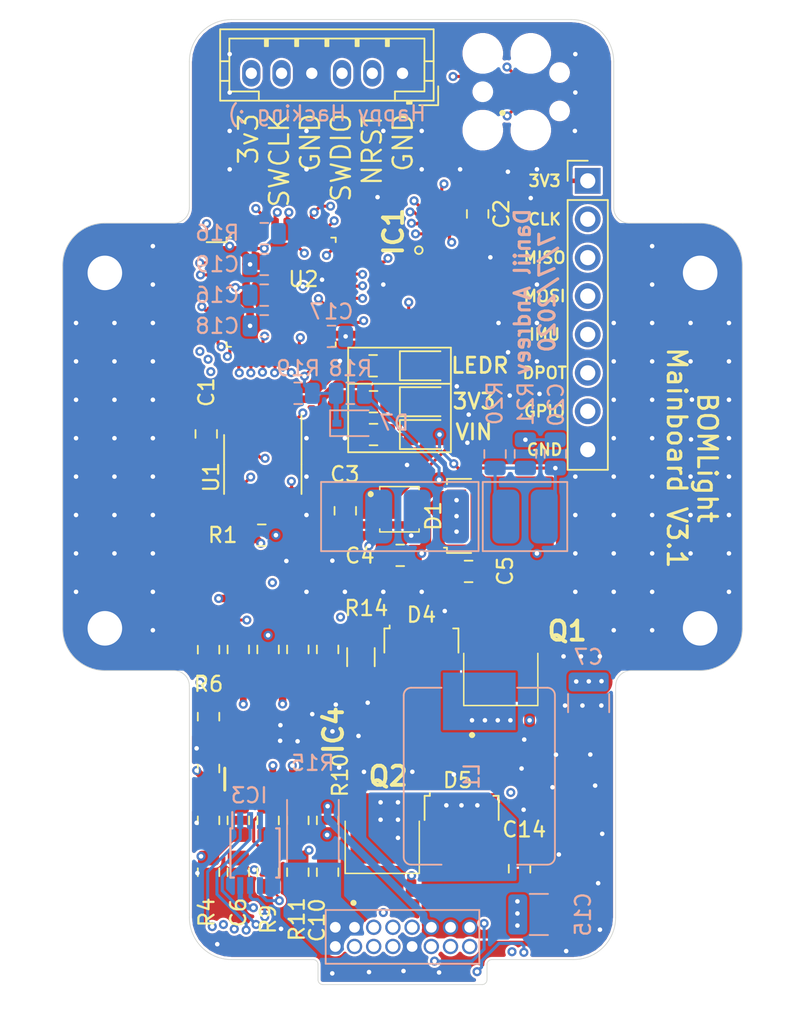
<source format=kicad_pcb>
(kicad_pcb (version 20171130) (host pcbnew "(5.1.4)-1")
  (layers (0 F.Cu signal) (1 In1.Cu signal) (2 In2.Cu signal) (31 B.Cu signal) (34 B.Paste user) (35 F.Paste user) (36 B.SilkS user) (37 F.SilkS user) (38 B.Mask user) (39 F.Mask user) (44 Edge.Cuts user))
  (net 0 "")
  (net 1 GND)
  (net 2 VCC)
  (net 3 +3V3)
  (net 4 Button)
  (net 5 LightSense1)
  (net 6 LightSense2)
  (net 7 "Net-(C13-Pad1)")
  (net 8 LED+)
  (net 9 "Net-(D6-Pad1)")
  (net 10 SPI1_DPOT_CS)
  (net 11 SPI1_SCK)
  (net 12 SPI1_MOSI)
  (net 13 SPI1_MISO)
  (net 14 "Net-(J1-Pad3)")
  (net 15 "Net-(J1-Pad2)")
  (net 16 LEDCTRL)
  (net 17 CAN_RX)
  (net 18 CAN_TX)
  (net 19 CAN_Rs)
  (net 20 CAN_LBK)
  (net 21 NRST)
  (net 22 SWDIO)
  (net 23 SWCLK)
  (net 24 IMU_INT1)
  (net 25 IMU_INT2)
  (net 26 SPI1_IMU_CS)
  (net 27 "Net-(C9-Pad1)")
  (net 28 "Net-(D2-Pad1)")
  (net 29 "Net-(D3-Pad1)")
  (net 30 "Net-(D4-Pad1)")
  (net 31 "Net-(D5-Pad1)")
  (net 32 LEDR)
  (net 33 LED-)
  (net 34 "Net-(C4-Pad1)")
  (net 35 "Net-(D1-Pad1)")
  (net 36 LEDSign2)
  (net 37 LEDSign1)
  (net 38 Temp1)
  (net 39 Temp2)
  (net 40 "Net-(IC1-Pad11)")
  (net 41 "Net-(IC1-Pad10)")
  (net 42 "Net-(IC4-Pad3)")
  (net 43 "Net-(IC4-Pad4)")
  (net 44 GPIO)
  (net 45 VINADC)
  (net 46 "Net-(C6-Pad1)")
  (net 47 "Net-(C10-Pad2)")
  (net 48 "Net-(C10-Pad1)")
  (net 49 "Net-(C11-Pad2)")
  (net 50 "Net-(C11-Pad1)")
  (net 51 "Net-(C12-Pad1)")
  (net 52 "Net-(IC2-Pad1)")
  (net 53 "Net-(IC2-Pad3)")
  (net 54 "Net-(IC2-Pad4)")
  (net 55 "Net-(IC3-Pad6)")
  (net 56 "Net-(IC4-Pad19)")
  (net 57 "Net-(IC4-Pad15)")
  (net 58 "Net-(IC4-Pad11)")
  (net 59 "Net-(IC4-Pad2)")
  (net 60 "Net-(J3-Pad3)")
  (net 61 "Net-(J4-Pad6)")
  (net 62 "Net-(J6-Pad1)")
  (net 63 "Net-(R16-Pad1)")
  (module LolomoloKiCADLib:PSMN5R660YLX (layer F.Cu) (at 6.5 15)
    (fp_text reference Q1 (at 4.39 -0.98) (layer F.SilkS) (effects (font (size 1.27 1.27) (thickness 0.254))))
    (fp_text value PSMN039-100YS,115 hide)
    (pad 5 smd rect (at 0 -0.55 90) (size 1.5 4.7) (layers F.Cu F.Paste F.Mask) (net 2 VCC))
    (pad 5 smd rect (at 0 1.75 90) (size 3.1 4.2) (layers F.Cu F.Paste F.Mask) (net 2 VCC))
    (pad 4 smd rect (at 1.905 4.925) (size 0.7 1.15) (layers F.Cu F.Paste F.Mask) (net 56 "Net-(IC4-Pad19)"))
    (pad 3 smd rect (at 0.635 4.925) (size 0.7 1.15) (layers F.Cu F.Paste F.Mask) (net 50 "Net-(C11-Pad1)"))
    (pad 2 smd rect (at -0.635 4.925) (size 0.7 1.15) (layers F.Cu F.Paste F.Mask) (net 50 "Net-(C11-Pad1)"))
    (pad 1 smd rect (at -1.905 4.925) (size 0.7 1.15) (layers F.Cu F.Paste F.Mask) (net 50 "Net-(C11-Pad1)"))
  )
  (module LolomoloKiCADLib:PSMN5R660YLX (layer F.Cu) (at -1.34 26.1)
    (fp_text reference Q2 (at 0.39 -2.48) (layer F.SilkS) (effects (font (size 1.27 1.27) (thickness 0.254))))
    (fp_text value PSMN039-100YS,115 hide)
    (pad 1 smd rect (at -1.905 4.925) (size 0.7 1.15) (layers F.Cu F.Paste F.Mask) (net 1 GND))
    (pad 2 smd rect (at -0.635 4.925) (size 0.7 1.15) (layers F.Cu F.Paste F.Mask) (net 1 GND))
    (pad 3 smd rect (at 0.635 4.925) (size 0.7 1.15) (layers F.Cu F.Paste F.Mask) (net 1 GND))
    (pad 4 smd rect (at 1.905 4.925) (size 0.7 1.15) (layers F.Cu F.Paste F.Mask) (net 57 "Net-(IC4-Pad15)"))
    (pad 5 smd rect (at 0 1.75 90) (size 3.1 4.2) (layers F.Cu F.Paste F.Mask) (net 31 "Net-(D5-Pad1)"))
    (pad 5 smd rect (at 0 -0.55 90) (size 1.5 4.7) (layers F.Cu F.Paste F.Mask) (net 31 "Net-(D5-Pad1)"))
  )
  (module "LSM6DS3USTR:LGA-14(2.5X3X0.86)" (layer F.Cu) (at 2.3495 -13.4493 90)
    (fp_text reference IC1 (at -1.0593 -2.9495 90) (layer F.SilkS) (effects (font (size 1.27 1.27) (thickness 0.254))))
    (fp_text value LSM6DS3USTR hide)
    (pad 14 smd rect (at -0.5 -0.9125 90) (size 0.25 0.475) (layers F.Cu F.Paste F.Mask) (net 12 SPI1_MOSI))
    (pad 13 smd rect (at 0 -0.9125 90) (size 0.25 0.475) (layers F.Cu F.Paste F.Mask) (net 11 SPI1_SCK))
    (pad 12 smd rect (at 0.5 -0.9125 90) (size 0.25 0.475) (layers F.Cu F.Paste F.Mask) (net 26 SPI1_IMU_CS))
    (pad 11 smd rect (at 1.1625 -0.75 180) (size 0.25 0.475) (layers F.Cu F.Paste F.Mask) (net 40 "Net-(IC1-Pad11)"))
    (pad 10 smd rect (at 1.1625 -0.25 180) (size 0.25 0.475) (layers F.Cu F.Paste F.Mask) (net 41 "Net-(IC1-Pad10)"))
    (pad 9 smd rect (at 1.1625 0.25 180) (size 0.25 0.475) (layers F.Cu F.Paste F.Mask) (net 25 IMU_INT2))
    (pad 8 smd rect (at 1.1625 0.75 180) (size 0.25 0.475) (layers F.Cu F.Paste F.Mask) (net 3 +3V3))
    (pad 7 smd rect (at 0.5 0.9125 90) (size 0.25 0.475) (layers F.Cu F.Paste F.Mask) (net 1 GND))
    (pad 6 smd rect (at 0 0.9125 90) (size 0.25 0.475) (layers F.Cu F.Paste F.Mask) (net 1 GND))
    (pad 5 smd rect (at -0.5 0.9125 90) (size 0.25 0.475) (layers F.Cu F.Paste F.Mask) (net 3 +3V3))
    (pad 4 smd rect (at -1.1625 0.75 180) (size 0.25 0.475) (layers F.Cu F.Paste F.Mask) (net 24 IMU_INT1))
    (pad 3 smd rect (at -1.1625 0.25 180) (size 0.25 0.475) (layers F.Cu F.Paste F.Mask) (net 1 GND))
    (pad 2 smd rect (at -1.1625 -0.25 180) (size 0.25 0.475) (layers F.Cu F.Paste F.Mask) (net 1 GND))
    (pad 1 smd rect (at -1.1625 -0.75 180) (size 0.25 0.475) (layers F.Cu F.Paste F.Mask) (net 13 SPI1_MISO))
  )
  (module Resistor_SMD:R_0805_2012Metric (layer F.Cu) (at -12.827 15.255 90)
    (fp_text reference R7 hide)
    (fp_text value "10k 5%")
    (pad 2 smd roundrect (at 0.9375 0 90) (size 0.975 1.4) (layers F.Cu F.Paste F.Mask) (net 1 GND))
    (pad 1 smd roundrect (at -0.9375 0 90) (size 0.975 1.4) (layers F.Cu F.Paste F.Mask) (net 59 "Net-(IC4-Pad2)"))
  )
  (module Resistor_SMD:R_0805_2012Metric (layer F.Cu) (at -12.827 19.685 90)
    (fp_text reference R6 (at 2.159 0 180) (layer F.SilkS))
    (fp_text value "68k 5%")
    (pad 2 smd roundrect (at 0.9375 0 90) (size 0.975 1.4) (layers F.Cu F.Paste F.Mask) (net 59 "Net-(IC4-Pad2)"))
    (pad 1 smd roundrect (at -0.9375 0 90) (size 0.975 1.4) (layers F.Cu F.Paste F.Mask) (net 2 VCC))
  )
  (module Resistor_SMD:R_0805_2012Metric (layer F.Cu) (at -8.89 29.972 270)
    (fp_text reference R9 (at 3.1115 0 90) (layer F.SilkS))
    (fp_text value "330 1%")
    (pad 2 smd roundrect (at 0.9375 0 270) (size 0.975 1.4) (layers F.Cu F.Paste F.Mask) (net 55 "Net-(IC3-Pad6)"))
    (pad 1 smd roundrect (at -0.9375 0 270) (size 0.975 1.4) (layers F.Cu F.Paste F.Mask) (net 47 "Net-(C10-Pad2)"))
  )
  (module LolomoloKiCADLib:Conn_2x8_0.05in (layer B.Cu) (at 4.445 34.883 90)
    (fp_text reference J3 hide)
    (fp_text value Conn_02x08_Odd_Even)
    (pad 16 thru_hole circle (at 1.27 -8.89 90) (size 1.016 1.016) (drill 0.7112) (layers *.Cu *.Mask) (net 33 LED-))
    (pad 15 thru_hole circle (at 0 -8.89 90) (size 1.016 1.016) (drill 0.7112) (layers *.Cu *.Mask) (net 33 LED-))
    (pad 14 thru_hole circle (at 1.27 -7.62 90) (size 1.016 1.016) (drill 0.7112) (layers *.Cu *.Mask) (net 33 LED-))
    (pad 13 thru_hole circle (at 0 -7.62 90) (size 1.016 1.016) (drill 0.7112) (layers *.Cu *.Mask) (net 3 +3V3))
    (pad 12 thru_hole circle (at 1.27 -6.35 90) (size 1.016 1.016) (drill 0.7112) (layers *.Cu *.Mask) (net 36 LEDSign2))
    (pad 11 thru_hole circle (at 0 -6.35 90) (size 1.016 1.016) (drill 0.7112) (layers *.Cu *.Mask) (net 37 LEDSign1))
    (pad 10 thru_hole circle (at 1.27 -5.08 90) (size 1.016 1.016) (drill 0.7112) (layers *.Cu *.Mask) (net 38 Temp1))
    (pad 9 thru_hole circle (at 0 -5.08 90) (size 1.016 1.016) (drill 0.7112) (layers *.Cu *.Mask) (net 6 LightSense2))
    (pad 8 thru_hole circle (at 1.27 -3.81 90) (size 1.016 1.016) (drill 0.7112) (layers *.Cu *.Mask) (net 5 LightSense1))
    (pad 7 thru_hole circle (at 0 -3.81 90) (size 1.016 1.016) (drill 0.7112) (layers *.Cu *.Mask) (net 1 GND))
    (pad 6 thru_hole circle (at 1.27 -2.54 90) (size 1.016 1.016) (drill 0.7112) (layers *.Cu *.Mask) (net 8 LED+))
    (pad 5 thru_hole circle (at 0 -2.54 90) (size 1.016 1.016) (drill 0.7112) (layers *.Cu *.Mask) (net 44 GPIO))
    (pad 4 thru_hole circle (at 1.27 -1.27 90) (size 1.016 1.016) (drill 0.7112) (layers *.Cu *.Mask) (net 8 LED+))
    (pad 3 thru_hole circle (at 0 -1.27 90) (size 1.016 1.016) (drill 0.7112) (layers *.Cu *.Mask) (net 60 "Net-(J3-Pad3)"))
    (pad 2 thru_hole circle (at 1.27 0 90) (size 1.016 1.016) (drill 0.7112) (layers *.Cu *.Mask) (net 8 LED+))
    (pad 1 thru_hole circle (at 0 0 90) (size 1.016 1.016) (drill 0.7112) (layers *.Cu *.Mask) (net 39 Temp2))
  )
  (module Capacitor_SMD:C_0805_2012Metric (layer F.Cu) (at -12.98 0.9875 270)
    (fp_text reference C1 (at -2.7575 -0.01 90) (layer F.SilkS))
    (fp_text value "0.1uF 25V")
    (pad 2 smd roundrect (at 0.9375 0 270) (size 0.975 1.4) (layers F.Cu F.Paste F.Mask) (net 1 GND))
    (pad 1 smd roundrect (at -0.9375 0 270) (size 0.975 1.4) (layers F.Cu F.Paste F.Mask) (net 3 +3V3))
  )
  (module Capacitor_SMD:C_0805_2012Metric (layer F.Cu) (at 4.97 -13.56 90)
    (fp_text reference C2 (at 0 1.5748 90) (layer F.SilkS))
    (fp_text value "0.1uF 25V")
    (pad 2 smd roundrect (at 0.9375 0 90) (size 0.975 1.4) (layers F.Cu F.Paste F.Mask) (net 1 GND))
    (pad 1 smd roundrect (at -0.9375 0 90) (size 0.975 1.4) (layers F.Cu F.Paste F.Mask) (net 3 +3V3))
  )
  (module Capacitor_SMD:C_0805_2012Metric (layer F.Cu) (at -10.8585 29.972 270)
    (fp_text reference C6 (at 2.667 0 90) (layer F.SilkS))
    (fp_text value "22nF 100V")
    (pad 2 smd roundrect (at 0.9375 0 270) (size 0.975 1.4) (layers F.Cu F.Paste F.Mask) (net 1 GND))
    (pad 1 smd roundrect (at -0.9375 0 270) (size 0.975 1.4) (layers F.Cu F.Paste F.Mask) (net 46 "Net-(C6-Pad1)"))
  )
  (module Capacitor_SMD:C_1210_3225Metric (layer B.Cu) (at 12.31 18.79 270)
    (fp_text reference C7 (at -3.05 0.01 180) (layer B.SilkS) (effects (justify mirror)))
    (fp_text value "10uF 100V")
    (pad 2 smd roundrect (at 1.4 0 270) (size 1.25 2.65) (layers B.Cu B.Paste B.Mask) (roundrect_rratio 0.2) (net 1 GND))
    (pad 1 smd roundrect (at -1.4 0 270) (size 1.25 2.65) (layers B.Cu B.Paste B.Mask) (roundrect_rratio 0.2) (net 2 VCC))
  )
  (module Capacitor_SMD:C_0805_2012Metric (layer F.Cu) (at -12.827 23.114 90)
    (fp_text reference C8 hide)
    (fp_text value "0.1uF 100V")
    (pad 2 smd roundrect (at 0.9375 0 90) (size 0.975 1.4) (layers F.Cu F.Paste F.Mask) (net 1 GND))
    (pad 1 smd roundrect (at -0.9375 0 90) (size 0.975 1.4) (layers F.Cu F.Paste F.Mask) (net 2 VCC))
  )
  (module Capacitor_SMD:C_0805_2012Metric (layer F.Cu) (at -8.89 26.543 90)
    (fp_text reference C9 hide)
    (fp_text value "0.1uF 100V")
    (pad 2 smd roundrect (at 0.9375 0 90) (size 0.975 1.4) (layers F.Cu F.Paste F.Mask) (net 47 "Net-(C10-Pad2)"))
    (pad 1 smd roundrect (at -0.9375 0 90) (size 0.975 1.4) (layers F.Cu F.Paste F.Mask) (net 27 "Net-(C9-Pad1)"))
  )
  (module Capacitor_SMD:C_0805_2012Metric (layer F.Cu) (at -4.953 29.972 270)
    (fp_text reference C10 (at 3.175 0.6985 270) (layer F.SilkS))
    (fp_text value "2.2nF 100V")
    (pad 2 smd roundrect (at 0.9375 0 270) (size 0.975 1.4) (layers F.Cu F.Paste F.Mask) (net 47 "Net-(C10-Pad2)"))
    (pad 1 smd roundrect (at -0.9375 0 270) (size 0.975 1.4) (layers F.Cu F.Paste F.Mask) (net 48 "Net-(C10-Pad1)"))
  )
  (module Capacitor_SMD:C_0805_2012Metric (layer F.Cu) (at -10.8585 15.24 90)
    (fp_text reference C11 hide)
    (fp_text value "0.1uF 100V")
    (pad 2 smd roundrect (at 0.9375 0 90) (size 0.975 1.4) (layers F.Cu F.Paste F.Mask) (net 49 "Net-(C11-Pad2)"))
    (pad 1 smd roundrect (at -0.9375 0 90) (size 0.975 1.4) (layers F.Cu F.Paste F.Mask) (net 50 "Net-(C11-Pad1)"))
  )
  (module Capacitor_SMD:C_0805_2012Metric (layer F.Cu) (at -4.953 15.24 270)
    (fp_text reference C12 hide)
    (fp_text value "2.2nF 100V")
    (pad 2 smd roundrect (at 0.9375 0 270) (size 0.975 1.4) (layers F.Cu F.Paste F.Mask) (net 1 GND))
    (pad 1 smd roundrect (at -0.9375 0 270) (size 0.975 1.4) (layers F.Cu F.Paste F.Mask) (net 51 "Net-(C12-Pad1)"))
  )
  (module Capacitor_SMD:C_0805_2012Metric (layer F.Cu) (at -6.9215 15.24 90)
    (fp_text reference C13 hide)
    (fp_text value "1uF 25V")
    (pad 2 smd roundrect (at 0.9375 0 90) (size 0.975 1.4) (layers F.Cu F.Paste F.Mask) (net 1 GND))
    (pad 1 smd roundrect (at -0.9375 0 90) (size 0.975 1.4) (layers F.Cu F.Paste F.Mask) (net 7 "Net-(C13-Pad1)"))
  )
  (module Capacitor_SMD:C_1210_3225Metric (layer B.Cu) (at 9.02 32.766)
    (fp_text reference C15 (at 2.921 0 -90) (layer B.SilkS) (effects (justify mirror)))
    (fp_text value "10uF 100V")
    (pad 2 smd roundrect (at 1.4 0) (size 1.25 2.65) (layers B.Cu B.Paste B.Mask) (roundrect_rratio 0.2) (net 1 GND))
    (pad 1 smd roundrect (at -1.4 0) (size 1.25 2.65) (layers B.Cu B.Paste B.Mask) (roundrect_rratio 0.2) (net 8 LED+))
  )
  (module LED_SMD:LED_0805_2012Metric (layer F.Cu) (at 1.5113 1.0287)
    (fp_text reference D2 hide)
    (fp_text value LEDO)
    (pad 2 smd roundrect (at 0.9375 0) (size 0.975 1.4) (layers F.Cu F.Paste F.Mask) (net 2 VCC))
    (pad 1 smd roundrect (at -0.9375 0) (size 0.975 1.4) (layers F.Cu F.Paste F.Mask) (net 28 "Net-(D2-Pad1)"))
  )
  (module LED_SMD:LED_0805_2012Metric (layer F.Cu) (at 1.5113 -1.143)
    (fp_text reference D3 hide)
    (fp_text value LEDO)
    (pad 2 smd roundrect (at 0.9375 0) (size 0.975 1.4) (layers F.Cu F.Paste F.Mask) (net 3 +3V3))
    (pad 1 smd roundrect (at -0.9375 0) (size 0.975 1.4) (layers F.Cu F.Paste F.Mask) (net 29 "Net-(D3-Pad1)"))
  )
  (module Package_TO_SOT_SMD:TO-277A (layer F.Cu) (at 1.25 17.25)
    (fp_text reference D4 (at 0 -4.3) (layer F.SilkS))
    (fp_text value D_Schottky_AAK)
    (pad 2 smd rect (at 1.04 -2.765 180) (size 1.4 1.27) (layers F.Cu F.Paste F.Mask) (net 30 "Net-(D4-Pad1)"))
    (pad 3 smd rect (at 0 1.04 180) (size 4.8 4.72) (layers F.Cu F.Mask) (net 50 "Net-(C11-Pad1)"))
    (pad 1 smd rect (at -1.04 -2.765 180) (size 1.4 1.27) (layers F.Cu F.Paste F.Mask) (net 30 "Net-(D4-Pad1)"))
  )
  (module Package_TO_SOT_SMD:TO-277A (layer F.Cu) (at 3.91 28.32)
    (fp_text reference D5 (at -0.26 -4.43 180) (layer F.SilkS))
    (fp_text value D_Schottky_AAK)
    (pad 2 smd rect (at 1.04 -2.765 180) (size 1.4 1.27) (layers F.Cu F.Paste F.Mask) (net 31 "Net-(D5-Pad1)"))
    (pad 3 smd rect (at 0 1.04 180) (size 4.8 4.72) (layers F.Cu F.Mask) (net 8 LED+))
    (pad 1 smd rect (at -1.04 -2.765 180) (size 1.4 1.27) (layers F.Cu F.Paste F.Mask) (net 31 "Net-(D5-Pad1)"))
  )
  (module Package_SO:TSSOP-8_3x3mm_P0.65mm (layer B.Cu) (at -9.75614 28.69946 270)
    (fp_text reference IC3 (at -3.80546 0.38386) (layer B.SilkS) (effects (justify mirror)))
    (fp_text value MCP4132-502E_SN)
    (pad 8 smd rect (at 2.15 0.975 270) (size 1.1 0.4) (layers B.Cu B.Paste B.Mask) (net 3 +3V3))
    (pad 7 smd rect (at 2.15 0.325 270) (size 1.1 0.4) (layers B.Cu B.Paste B.Mask) (net 13 SPI1_MISO))
    (pad 6 smd rect (at 2.15 -0.325 270) (size 1.1 0.4) (layers B.Cu B.Paste B.Mask) (net 55 "Net-(IC3-Pad6)"))
    (pad 5 smd rect (at 2.15 -0.975 270) (size 1.1 0.4) (layers B.Cu B.Paste B.Mask) (net 1 GND))
    (pad 4 smd rect (at -2.15 -0.975 270) (size 1.1 0.4) (layers B.Cu B.Paste B.Mask) (net 1 GND))
    (pad 3 smd rect (at -2.15 -0.325 270) (size 1.1 0.4) (layers B.Cu B.Paste B.Mask) (net 12 SPI1_MOSI))
    (pad 2 smd rect (at -2.15 0.325 270) (size 1.1 0.4) (layers B.Cu B.Paste B.Mask) (net 11 SPI1_SCK))
    (pad 1 smd rect (at -2.15 0.975 270) (size 1.1 0.4) (layers B.Cu B.Paste B.Mask) (net 10 SPI1_DPOT_CS))
  )
  (module LM5118MH_NOPB:SOP65P640X110-21N (layer F.Cu) (at -8.255 20.8915 90)
    (fp_text reference IC4 (at 0.3175 3.683 90) (layer F.SilkS) (effects (font (size 1.27 1.27) (thickness 0.254))))
    (fp_text value LM5118MH_NOPB hide)
    (pad 21 smd rect (at 0 0 90) (size 3.15 4.35) (layers F.Cu F.Paste F.Mask) (net 1 GND))
    (pad 20 smd rect (at 2.925 -2.925 180) (size 0.45 1.45) (layers F.Cu F.Paste F.Mask) (net 50 "Net-(C11-Pad1)"))
    (pad 19 smd rect (at 2.925 -2.275 180) (size 0.45 1.45) (layers F.Cu F.Paste F.Mask) (net 56 "Net-(IC4-Pad19)"))
    (pad 18 smd rect (at 2.925 -1.625 180) (size 0.45 1.45) (layers F.Cu F.Paste F.Mask) (net 49 "Net-(C11-Pad2)"))
    (pad 17 smd rect (at 2.925 -0.975 180) (size 0.45 1.45) (layers F.Cu F.Paste F.Mask) (net 1 GND))
    (pad 16 smd rect (at 2.925 -0.325 180) (size 0.45 1.45) (layers F.Cu F.Paste F.Mask) (net 7 "Net-(C13-Pad1)"))
    (pad 15 smd rect (at 2.925 0.325 180) (size 0.45 1.45) (layers F.Cu F.Paste F.Mask) (net 57 "Net-(IC4-Pad15)"))
    (pad 14 smd rect (at 2.925 0.975 180) (size 0.45 1.45) (layers F.Cu F.Paste F.Mask) (net 1 GND))
    (pad 13 smd rect (at 2.925 1.625 180) (size 0.45 1.45) (layers F.Cu F.Paste F.Mask) (net 1 GND))
    (pad 12 smd rect (at 2.925 2.275 180) (size 0.45 1.45) (layers F.Cu F.Paste F.Mask) (net 30 "Net-(D4-Pad1)"))
    (pad 11 smd rect (at 2.925 2.925 180) (size 0.45 1.45) (layers F.Cu F.Paste F.Mask) (net 58 "Net-(IC4-Pad11)"))
    (pad 10 smd rect (at -2.925 2.925 180) (size 0.45 1.45) (layers F.Cu F.Paste F.Mask) (net 8 LED+))
    (pad 9 smd rect (at -2.925 2.275 180) (size 0.45 1.45) (layers F.Cu F.Paste F.Mask) (net 48 "Net-(C10-Pad1)"))
    (pad 8 smd rect (at -2.925 1.625 180) (size 0.45 1.45) (layers F.Cu F.Paste F.Mask) (net 47 "Net-(C10-Pad2)"))
    (pad 7 smd rect (at -2.925 0.975 180) (size 0.45 1.45) (layers F.Cu F.Paste F.Mask) (net 46 "Net-(C6-Pad1)"))
    (pad 6 smd rect (at -2.925 0.325 180) (size 0.45 1.45) (layers F.Cu F.Paste F.Mask) (net 1 GND))
    (pad 5 smd rect (at -2.925 -0.325 180) (size 0.45 1.45) (layers F.Cu F.Paste F.Mask) (net 51 "Net-(C12-Pad1)"))
    (pad 4 smd rect (at -2.925 -0.975 180) (size 0.45 1.45) (layers F.Cu F.Paste F.Mask) (net 43 "Net-(IC4-Pad4)"))
    (pad 3 smd rect (at -2.925 -1.625 180) (size 0.45 1.45) (layers F.Cu F.Paste F.Mask) (net 42 "Net-(IC4-Pad3)"))
    (pad 2 smd rect (at -2.925 -2.275 180) (size 0.45 1.45) (layers F.Cu F.Paste F.Mask) (net 59 "Net-(IC4-Pad2)"))
    (pad 1 smd rect (at -2.925 -2.925 180) (size 0.45 1.45) (layers F.Cu F.Paste F.Mask) (net 2 VCC))
  )
  (module Resistor_SMD:R_0805_2012Metric (layer F.Cu) (at -9.3091 7.6835)
    (fp_text reference R1 (at -2.58064 -0.00508) (layer F.SilkS))
    (fp_text value "120 5%")
    (pad 2 smd roundrect (at 0.9375 0) (size 0.975 1.4) (layers F.Cu F.Paste F.Mask) (net 14 "Net-(J1-Pad3)"))
    (pad 1 smd roundrect (at -0.9375 0) (size 0.975 1.4) (layers F.Cu F.Paste F.Mask) (net 15 "Net-(J1-Pad2)"))
  )
  (module Resistor_SMD:R_0805_2012Metric (layer F.Cu) (at -1.9177 1.0287 180)
    (fp_text reference R2 hide)
    (fp_text value "33k 5%")
    (pad 2 smd roundrect (at 0.9375 0 180) (size 0.975 1.4) (layers F.Cu F.Paste F.Mask) (net 1 GND))
    (pad 1 smd roundrect (at -0.9375 0 180) (size 0.975 1.4) (layers F.Cu F.Paste F.Mask) (net 28 "Net-(D2-Pad1)"))
  )
  (module Resistor_SMD:R_0805_2012Metric (layer F.Cu) (at -1.9177 -1.143 180)
    (fp_text reference R3 hide)
    (fp_text value "1k2 5%")
    (pad 2 smd roundrect (at 0.9375 0 180) (size 0.975 1.4) (layers F.Cu F.Paste F.Mask) (net 1 GND))
    (pad 1 smd roundrect (at -0.9375 0 180) (size 0.975 1.4) (layers F.Cu F.Paste F.Mask) (net 29 "Net-(D3-Pad1)"))
  )
  (module Resistor_SMD:R_0805_2012Metric (layer F.Cu) (at -12.827 29.972 270)
    (fp_text reference R4 (at 2.65176 0.127 90) (layer F.SilkS))
    (fp_text value "47k 5%")
    (pad 2 smd roundrect (at 0.9375 0 270) (size 0.975 1.4) (layers F.Cu F.Paste F.Mask) (net 1 GND))
    (pad 1 smd roundrect (at -0.9375 0 270) (size 0.975 1.4) (layers F.Cu F.Paste F.Mask) (net 16 LEDCTRL))
  )
  (module Resistor_SMD:R_0805_2012Metric (layer F.Cu) (at -10.8585 26.543 270)
    (fp_text reference R5 hide)
    (fp_text value "1k 5%")
    (pad 2 smd roundrect (at 0.9375 0 270) (size 0.975 1.4) (layers F.Cu F.Paste F.Mask) (net 16 LEDCTRL))
    (pad 1 smd roundrect (at -0.9375 0 270) (size 0.975 1.4) (layers F.Cu F.Paste F.Mask) (net 43 "Net-(IC4-Pad4)"))
  )
  (module Resistor_SMD:R_0805_2012Metric (layer F.Cu) (at -12.827 26.543 270)
    (fp_text reference R8 hide)
    (fp_text value "20k5 1%")
    (pad 2 smd roundrect (at 0.9375 0 270) (size 0.975 1.4) (layers F.Cu F.Paste F.Mask) (net 1 GND))
    (pad 1 smd roundrect (at -0.9375 0 270) (size 0.975 1.4) (layers F.Cu F.Paste F.Mask) (net 42 "Net-(IC4-Pad3)"))
  )
  (module Resistor_SMD:R_0805_2012Metric (layer F.Cu) (at -4.953 26.543 270)
    (fp_text reference R10 (at -2.9845 -0.8255 90) (layer F.SilkS))
    (fp_text value "47k 1%")
    (pad 2 smd roundrect (at 0.9375 0 270) (size 0.975 1.4) (layers F.Cu F.Paste F.Mask) (net 47 "Net-(C10-Pad2)"))
    (pad 1 smd roundrect (at -0.9375 0 270) (size 0.975 1.4) (layers F.Cu F.Paste F.Mask) (net 8 LED+))
  )
  (module Resistor_SMD:R_0805_2012Metric (layer F.Cu) (at -6.9215 29.972 270)
    (fp_text reference R11 (at 3.1115 0.0635 90) (layer F.SilkS))
    (fp_text value "22k 1%")
    (pad 2 smd roundrect (at 0.9375 0 270) (size 0.975 1.4) (layers F.Cu F.Paste F.Mask) (net 1 GND))
    (pad 1 smd roundrect (at -0.9375 0 270) (size 0.975 1.4) (layers F.Cu F.Paste F.Mask) (net 47 "Net-(C10-Pad2)"))
  )
  (module Resistor_SMD:R_0805_2012Metric (layer F.Cu) (at -6.9215 26.543 90)
    (fp_text reference R12 hide)
    (fp_text value "10k 5%")
    (pad 2 smd roundrect (at 0.9375 0 90) (size 0.975 1.4) (layers F.Cu F.Paste F.Mask) (net 27 "Net-(C9-Pad1)"))
    (pad 1 smd roundrect (at -0.9375 0 90) (size 0.975 1.4) (layers F.Cu F.Paste F.Mask) (net 48 "Net-(C10-Pad1)"))
  )
  (module Resistor_SMD:R_0805_2012Metric (layer F.Cu) (at -8.89 15.24 90)
    (fp_text reference R13 hide)
    (fp_text value "36k5 1%")
    (pad 2 smd roundrect (at 0.9375 0 90) (size 0.975 1.4) (layers F.Cu F.Paste F.Mask) (net 51 "Net-(C12-Pad1)"))
    (pad 1 smd roundrect (at -0.9375 0 90) (size 0.975 1.4) (layers F.Cu F.Paste F.Mask) (net 7 "Net-(C13-Pad1)"))
  )
  (module Package_SO:SOIC-8_3.9x4.9mm_P1.27mm (layer F.Cu) (at -9.240101 3.008961 270)
    (fp_text reference U1 (at 0.841039 3.409899 90) (layer F.SilkS))
    (fp_text value SN65HVD233)
    (pad 8 smd roundrect (at 2.475 -1.905 270) (size 1.95 0.6) (layers F.Cu F.Paste F.Mask) (net 19 CAN_Rs))
    (pad 7 smd roundrect (at 2.475 -0.635 270) (size 1.95 0.6) (layers F.Cu F.Paste F.Mask) (net 14 "Net-(J1-Pad3)"))
    (pad 6 smd roundrect (at 2.475 0.635 270) (size 1.95 0.6) (layers F.Cu F.Paste F.Mask) (net 15 "Net-(J1-Pad2)"))
    (pad 5 smd roundrect (at 2.475 1.905 270) (size 1.95 0.6) (layers F.Cu F.Paste F.Mask) (net 20 CAN_LBK))
    (pad 4 smd roundrect (at -2.475 1.905 270) (size 1.95 0.6) (layers F.Cu F.Paste F.Mask) (net 17 CAN_RX))
    (pad 3 smd roundrect (at -2.475 0.635 270) (size 1.95 0.6) (layers F.Cu F.Paste F.Mask) (net 3 +3V3))
    (pad 2 smd roundrect (at -2.475 -0.635 270) (size 1.95 0.6) (layers F.Cu F.Paste F.Mask) (net 1 GND))
    (pad 1 smd roundrect (at -2.475 -1.905 270) (size 1.95 0.6) (layers F.Cu F.Paste F.Mask) (net 18 CAN_TX))
  )
  (module Resistor_SMD:R_2512_6332Metric (layer B.Cu) (at -5.92582 27.24218 90)
    (fp_text reference R15 (at 4.49218 -0.02418) (layer B.SilkS) (effects (justify mirror)))
    (fp_text value "0.3 1% 1W")
    (pad 1 smd roundrect (at -2.9 0 90) (size 1.35 3.35) (layers B.Cu B.Paste B.Mask) (roundrect_rratio 0.185185) (net 33 LED-))
    (pad 2 smd roundrect (at 2.9 0 90) (size 1.35 3.35) (layers B.Cu B.Paste B.Mask) (roundrect_rratio 0.185185) (net 1 GND))
  )
  (module Capacitor_SMD:C_0805_2012Metric (layer F.Cu) (at 4.37 10.08 180)
    (fp_text reference C5 (at -2.4153 0.0254 270) (layer F.SilkS))
    (fp_text value "1uF 100V")
    (pad 1 smd roundrect (at -0.9375 0 180) (size 0.975 1.4) (layers F.Cu F.Paste F.Mask) (net 2 VCC))
    (pad 2 smd roundrect (at 0.9375 0 180) (size 0.975 1.4) (layers F.Cu F.Paste F.Mask) (net 1 GND))
  )
  (module Capacitor_SMD:C_0805_2012Metric (layer F.Cu) (at -3.7846 6.0706 90)
    (fp_text reference C3 (at 2.413 -0.0254 180) (layer F.SilkS))
    (fp_text value "1uF 25V")
    (pad 1 smd roundrect (at -0.9375 0 90) (size 0.975 1.4) (layers F.Cu F.Paste F.Mask) (net 3 +3V3))
    (pad 2 smd roundrect (at 0.9375 0 90) (size 0.975 1.4) (layers F.Cu F.Paste F.Mask) (net 1 GND))
  )
  (module Capacitor_SMD:C_0805_2012Metric (layer F.Cu) (at -0.1524 9.017 180)
    (fp_text reference C4 (at 2.667 -0.0254) (layer F.SilkS))
    (fp_text value "1uF 25V")
    (pad 2 smd roundrect (at 0.9375 0 180) (size 0.975 1.4) (layers F.Cu F.Paste F.Mask) (net 1 GND))
    (pad 1 smd roundrect (at -0.9375 0 180) (size 0.975 1.4) (layers F.Cu F.Paste F.Mask) (net 34 "Net-(C4-Pad1)"))
  )
  (module Capacitor_SMD:C_0805_2012Metric (layer B.Cu) (at -9.144 -8.1915)
    (fp_text reference C16 (at -3.106 -0.0085) (layer B.SilkS) (effects (justify mirror)))
    (fp_text value "0.1uF 25V")
    (pad 1 smd roundrect (at -0.9375 0) (size 0.975 1.4) (layers B.Cu B.Paste B.Mask) (net 21 NRST))
    (pad 2 smd roundrect (at 0.9375 0) (size 0.975 1.4) (layers B.Cu B.Paste B.Mask) (net 1 GND))
  )
  (module Capacitor_SMD:C_0805_2012Metric (layer B.Cu) (at -4.699 -5.461 180)
    (fp_text reference C17 (at 0.001 1.639) (layer B.SilkS) (effects (justify mirror)))
    (fp_text value "0.1uF 25V")
    (pad 2 smd roundrect (at 0.9375 0 180) (size 0.975 1.4) (layers B.Cu B.Paste B.Mask) (net 1 GND))
    (pad 1 smd roundrect (at -0.9375 0 180) (size 0.975 1.4) (layers B.Cu B.Paste B.Mask) (net 3 +3V3))
  )
  (module Capacitor_SMD:C_0805_2012Metric (layer B.Cu) (at -9.144 -6.1595)
    (fp_text reference C18 (at -3.106 0.0095) (layer B.SilkS) (effects (justify mirror)))
    (fp_text value "0.1uF 25V")
    (pad 1 smd roundrect (at -0.9375 0) (size 0.975 1.4) (layers B.Cu B.Paste B.Mask) (net 3 +3V3))
    (pad 2 smd roundrect (at 0.9375 0) (size 0.975 1.4) (layers B.Cu B.Paste B.Mask) (net 1 GND))
  )
  (module Capacitor_SMD:C_0805_2012Metric (layer B.Cu) (at -9.144 -10.2235)
    (fp_text reference C19 (at -3.106 -0.0065) (layer B.SilkS) (effects (justify mirror)))
    (fp_text value "0.1uF 25V")
    (pad 1 smd roundrect (at -0.9375 0) (size 0.975 1.4) (layers B.Cu B.Paste B.Mask) (net 3 +3V3))
    (pad 2 smd roundrect (at 0.9375 0) (size 0.975 1.4) (layers B.Cu B.Paste B.Mask) (net 1 GND))
  )
  (module Capacitor_SMD:C_0805_2012Metric (layer B.Cu) (at 10.1092 2.3091 90)
    (fp_text reference C20 (at 3.2591 0.0408 270) (layer B.SilkS) (effects (justify mirror)))
    (fp_text value "0.1uF 25V")
    (pad 2 smd roundrect (at 0.9375 0 90) (size 0.975 1.4) (layers B.Cu B.Paste B.Mask) (net 4 Button))
    (pad 1 smd roundrect (at -0.9375 0 90) (size 0.975 1.4) (layers B.Cu B.Paste B.Mask) (net 3 +3V3))
  )
  (module LED_SMD:LED_0805_2012Metric (layer F.Cu) (at 1.5106 -3.5197)
    (fp_text reference D6 hide)
    (fp_text value LEDR)
    (pad 1 smd roundrect (at -0.9375 0) (size 0.975 1.4) (layers F.Cu F.Paste F.Mask) (net 9 "Net-(D6-Pad1)"))
    (pad 2 smd roundrect (at 0.9375 0) (size 0.975 1.4) (layers F.Cu F.Paste F.Mask) (net 32 LEDR))
  )
  (module MAXM15062AMB+:MAXM15462AMB (layer F.Cu) (at -0.2032 5.969)
    (fp_text reference IC2 hide)
    (fp_text value MAXM15062AMB+ hide)
    (pad 1 smd rect (at -1.15 -1 90) (size 0.25 0.6) (layers F.Cu F.Paste F.Mask) (net 52 "Net-(IC2-Pad1)"))
    (pad 2 smd rect (at -1.15 -0.5 90) (size 0.25 0.6) (layers F.Cu F.Paste F.Mask) (net 1 GND))
    (pad 3 smd rect (at -1.15 0 90) (size 0.25 0.6) (layers F.Cu F.Paste F.Mask) (net 53 "Net-(IC2-Pad3)"))
    (pad 4 smd rect (at -1.15 0.5 90) (size 0.25 0.6) (layers F.Cu F.Paste F.Mask) (net 54 "Net-(IC2-Pad4)"))
    (pad 5 smd rect (at -1.15 1 90) (size 0.25 0.6) (layers F.Cu F.Paste F.Mask) (net 3 +3V3))
    (pad 6 smd rect (at 1.15 1 90) (size 0.25 0.6) (layers F.Cu F.Paste F.Mask) (net 3 +3V3))
    (pad 7 smd rect (at 1.15 0.5 90) (size 0.25 0.6) (layers F.Cu F.Paste F.Mask) (net 34 "Net-(C4-Pad1)"))
    (pad 8 smd rect (at 1.15 0 90) (size 0.25 0.6) (layers F.Cu F.Paste F.Mask) (net 2 VCC))
    (pad 9 smd rect (at 1.15 -0.5 90) (size 0.25 0.6) (layers F.Cu F.Paste F.Mask) (net 2 VCC))
    (pad 10 smd rect (at 1.15 -1 90) (size 0.25 0.6) (layers F.Cu F.Paste F.Mask) (net 2 VCC))
  )
  (module LolomoloKiCADLib:TC2030MCP (layer F.Cu) (at 7.5184 -21.6408)
    (fp_text reference J4 hide)
    (fp_text value TC2030-MCP hide)
    (pad "" np_thru_hole circle (at 0.964 2.54 90) (size 2.3876 2.3876) (drill 2.3876) (layers *.Cu *.Mask))
    (pad "" np_thru_hole circle (at -2.211 2.54 90) (size 2.3876 2.3876) (drill 2.3876) (layers *.Cu *.Mask))
    (pad "" np_thru_hole circle (at 0.964 -2.54 90) (size 2.3876 2.3876) (drill 2.3876) (layers *.Cu *.Mask))
    (pad "" np_thru_hole circle (at -2.211 -2.54 90) (size 2.3876 2.3876) (drill 2.3876) (layers *.Cu *.Mask))
    (pad "" np_thru_hole circle (at 2.869 1.27 90) (size 1.0668 1.0668) (drill 1.0668) (layers *.Cu *.Mask))
    (pad "" np_thru_hole circle (at 2.869 -1.27 90) (size 1.0668 1.0668) (drill 1.0668) (layers *.Cu *.Mask))
    (pad 6 smd circle (at 1.599 -0.635 90) (size 0.864 0.864) (layers F.Cu F.Paste F.Mask) (net 61 "Net-(J4-Pad6)"))
    (pad 5 smd circle (at 1.599 0.635 90) (size 0.864 0.864) (layers F.Cu F.Paste F.Mask) (net 1 GND))
    (pad 4 smd circle (at 0.329 -0.635 90) (size 0.864 0.864) (layers F.Cu F.Paste F.Mask) (net 23 SWCLK))
    (pad 3 smd circle (at 0.329 0.635 90) (size 0.864 0.864) (layers F.Cu F.Paste F.Mask) (net 21 NRST))
    (pad 2 smd circle (at -0.941 -0.635 90) (size 0.864 0.864) (layers F.Cu F.Paste F.Mask) (net 22 SWDIO))
    (pad 1 smd circle (at -0.941 0.635 90) (size 0.864 0.864) (layers F.Cu F.Paste F.Mask) (net 3 +3V3))
    (pad "" np_thru_hole circle (at -2.211 0 90) (size 1.0668 1.0668) (drill 1.0668) (layers *.Cu *.Mask))
  )
  (module LolomoloKiCADLib:2WirePad (layer B.Cu) (at 8.1026 6.4516 270)
    (fp_text reference J6 hide)
    (fp_text value Conn_01x02_Male)
    (pad 2 smd roundrect (at 0 -1.27 270) (size 3.556 1.778) (layers B.Cu B.Paste B.Mask) (net 3 +3V3))
    (pad 1 smd roundrect (at 0 1.27 270) (size 3.556 1.778) (layers B.Cu B.Paste B.Mask) (net 62 "Net-(J6-Pad1)"))
  )
  (module Resistor_SMD:R_0805_2012Metric (layer B.Cu) (at -9.144 -12.2555 180)
    (fp_text reference R16 (at 3.106 0.0445) (layer B.SilkS) (effects (justify mirror)))
    (fp_text value "10k 5%")
    (pad 1 smd roundrect (at -0.9375 0 180) (size 0.975 1.4) (layers B.Cu B.Paste B.Mask) (net 63 "Net-(R16-Pad1)"))
    (pad 2 smd roundrect (at 0.9375 0 180) (size 0.975 1.4) (layers B.Cu B.Paste B.Mask) (net 1 GND))
  )
  (module Resistor_SMD:R_0805_2012Metric (layer F.Cu) (at -1.9438 -3.5197 180)
    (fp_text reference R17 hide)
    (fp_text value "1k5 5%")
    (pad 2 smd roundrect (at 0.9375 0 180) (size 0.975 1.4) (layers F.Cu F.Paste F.Mask) (net 1 GND))
    (pad 1 smd roundrect (at -0.9375 0 180) (size 0.975 1.4) (layers F.Cu F.Paste F.Mask) (net 9 "Net-(D6-Pad1)"))
  )
  (module Resistor_SMD:R_0805_2012Metric (layer B.Cu) (at 6.1214 2.3114 270)
    (fp_text reference R20 (at -3.3614 0.0214 90) (layer B.SilkS) (effects (justify mirror)))
    (fp_text value "100k 5%")
    (pad 2 smd roundrect (at 0.9375 0 270) (size 0.975 1.4) (layers B.Cu B.Paste B.Mask) (net 62 "Net-(J6-Pad1)"))
    (pad 1 smd roundrect (at -0.9375 0 270) (size 0.975 1.4) (layers B.Cu B.Paste B.Mask) (net 1 GND))
  )
  (module Resistor_SMD:R_0805_2012Metric (layer B.Cu) (at 8.128 2.3114 270)
    (fp_text reference R21 (at -3.3114 -0.022 270) (layer B.SilkS) (effects (justify mirror)))
    (fp_text value "10k 5%")
    (pad 1 smd roundrect (at -0.9375 0 270) (size 0.975 1.4) (layers B.Cu B.Paste B.Mask) (net 4 Button))
    (pad 2 smd roundrect (at 0.9375 0 270) (size 0.975 1.4) (layers B.Cu B.Paste B.Mask) (net 62 "Net-(J6-Pad1)"))
  )
  (module Package_QFP:LQFP-32_7x7mm_P0.8mm (layer F.Cu) (at -8.0264 -8.382)
    (fp_text reference U2 (at 1.4732 -0.8636) (layer F.SilkS))
    (fp_text value STM32F042K6Tx)
    (pad 1 smd roundrect (at -4.175 -2.8) (size 1.5 0.5) (layers F.Cu F.Paste F.Mask) (net 3 +3V3))
    (pad 2 smd roundrect (at -4.175 -2) (size 1.5 0.5) (layers F.Cu F.Paste F.Mask) (net 37 LEDSign1))
    (pad 3 smd roundrect (at -4.175 -1.2) (size 1.5 0.5) (layers F.Cu F.Paste F.Mask) (net 36 LEDSign2))
    (pad 4 smd roundrect (at -4.175 -0.4) (size 1.5 0.5) (layers F.Cu F.Paste F.Mask) (net 21 NRST))
    (pad 5 smd roundrect (at -4.175 0.4) (size 1.5 0.5) (layers F.Cu F.Paste F.Mask) (net 3 +3V3))
    (pad 6 smd roundrect (at -4.175 1.2) (size 1.5 0.5) (layers F.Cu F.Paste F.Mask) (net 38 Temp1))
    (pad 7 smd roundrect (at -4.175 2) (size 1.5 0.5) (layers F.Cu F.Paste F.Mask) (net 5 LightSense1))
    (pad 8 smd roundrect (at -4.175 2.8) (size 1.5 0.5) (layers F.Cu F.Paste F.Mask) (net 4 Button))
    (pad 9 smd roundrect (at -2.8 4.175) (size 0.5 1.5) (layers F.Cu F.Paste F.Mask) (net 6 LightSense2))
    (pad 10 smd roundrect (at -2 4.175) (size 0.5 1.5) (layers F.Cu F.Paste F.Mask) (net 39 Temp2))
    (pad 11 smd roundrect (at -1.2 4.175) (size 0.5 1.5) (layers F.Cu F.Paste F.Mask) (net 44 GPIO))
    (pad 12 smd roundrect (at -0.4 4.175) (size 0.5 1.5) (layers F.Cu F.Paste F.Mask) (net 33 LED-))
    (pad 13 smd roundrect (at 0.4 4.175) (size 0.5 1.5) (layers F.Cu F.Paste F.Mask) (net 16 LEDCTRL))
    (pad 14 smd roundrect (at 1.2 4.175) (size 0.5 1.5) (layers F.Cu F.Paste F.Mask) (net 24 IMU_INT1))
    (pad 15 smd roundrect (at 2 4.175) (size 0.5 1.5) (layers F.Cu F.Paste F.Mask) (net 45 VINADC))
    (pad 16 smd roundrect (at 2.8 4.175) (size 0.5 1.5) (layers F.Cu F.Paste F.Mask) (net 1 GND))
    (pad 17 smd roundrect (at 4.175 2.8) (size 1.5 0.5) (layers F.Cu F.Paste F.Mask) (net 3 +3V3))
    (pad 18 smd roundrect (at 4.175 2) (size 1.5 0.5) (layers F.Cu F.Paste F.Mask) (net 25 IMU_INT2))
    (pad 19 smd roundrect (at 4.175 1.2) (size 1.5 0.5) (layers F.Cu F.Paste F.Mask) (net 20 CAN_LBK))
    (pad 20 smd roundrect (at 4.175 0.4) (size 1.5 0.5) (layers F.Cu F.Paste F.Mask) (net 19 CAN_Rs))
    (pad 21 smd roundrect (at 4.175 -0.4) (size 1.5 0.5) (layers F.Cu F.Paste F.Mask) (net 18 CAN_TX))
    (pad 22 smd roundrect (at 4.175 -1.2) (size 1.5 0.5) (layers F.Cu F.Paste F.Mask) (net 17 CAN_RX))
    (pad 23 smd roundrect (at 4.175 -2) (size 1.5 0.5) (layers F.Cu F.Paste F.Mask) (net 22 SWDIO))
    (pad 24 smd roundrect (at 4.175 -2.8) (size 1.5 0.5) (layers F.Cu F.Paste F.Mask) (net 23 SWCLK))
    (pad 25 smd roundrect (at 2.8 -4.175) (size 0.5 1.5) (layers F.Cu F.Paste F.Mask) (net 32 LEDR))
    (pad 26 smd roundrect (at 2 -4.175) (size 0.5 1.5) (layers F.Cu F.Paste F.Mask) (net 11 SPI1_SCK))
    (pad 27 smd roundrect (at 1.2 -4.175) (size 0.5 1.5) (layers F.Cu F.Paste F.Mask) (net 13 SPI1_MISO))
    (pad 28 smd roundrect (at 0.4 -4.175) (size 0.5 1.5) (layers F.Cu F.Paste F.Mask) (net 12 SPI1_MOSI))
    (pad 29 smd roundrect (at -0.4 -4.175) (size 0.5 1.5) (layers F.Cu F.Paste F.Mask) (net 26 SPI1_IMU_CS))
    (pad 30 smd roundrect (at -1.2 -4.175) (size 0.5 1.5) (layers F.Cu F.Paste F.Mask) (net 10 SPI1_DPOT_CS))
    (pad 31 smd roundrect (at -2 -4.175) (size 0.5 1.5) (layers F.Cu F.Paste F.Mask) (net 63 "Net-(R16-Pad1)"))
    (pad 32 smd roundrect (at -2.8 -4.175) (size 0.5 1.5) (layers F.Cu F.Paste F.Mask) (net 1 GND))
  )
  (module "LolomoloKiCADLib:4 Wire Pad" (layer B.Cu) (at -0.3048 6.4516 270)
    (fp_text reference J1 hide)
    (fp_text value Conn_01x04_Male)
    (pad 2 smd roundrect (at 0 1.27 270) (size 3.556 1.778) (layers B.Cu B.Paste B.Mask) (net 15 "Net-(J1-Pad2)"))
    (pad 1 smd roundrect (at 0 3.81 270) (size 3.556 1.778) (layers B.Cu B.Paste B.Mask) (net 1 GND))
    (pad 3 smd roundrect (at 0 -1.27 270) (size 3.556 1.778) (layers B.Cu B.Paste B.Mask) (net 14 "Net-(J1-Pad3)"))
    (pad 4 smd roundrect (at 0 -3.81 270) (size 3.556 1.778) (layers B.Cu B.Paste B.Mask) (net 35 "Net-(D1-Pad1)"))
  )
  (module Connector_JST:JST_PH_B6B-PH-K_1x06_P2.00mm_Vertical (layer F.Cu) (at 0 -22.86 180)
    (fp_text reference J5 hide)
    (fp_text value Conn_01x06_Male)
    (pad 1 thru_hole roundrect (at 0 0 180) (size 1.2 1.75) (drill 0.75) (layers *.Cu *.Mask) (roundrect_rratio 0.208333) (net 1 GND))
    (pad 2 thru_hole oval (at 2 0 180) (size 1.2 1.75) (drill 0.75) (layers *.Cu *.Mask) (net 21 NRST))
    (pad 3 thru_hole oval (at 4 0 180) (size 1.2 1.75) (drill 0.75) (layers *.Cu *.Mask) (net 22 SWDIO))
    (pad 4 thru_hole oval (at 6 0 180) (size 1.2 1.75) (drill 0.75) (layers *.Cu *.Mask) (net 1 GND))
    (pad 5 thru_hole oval (at 8 0 180) (size 1.2 1.75) (drill 0.75) (layers *.Cu *.Mask) (net 23 SWCLK))
    (pad 6 thru_hole oval (at 10 0 180) (size 1.2 1.75) (drill 0.75) (layers *.Cu *.Mask) (net 3 +3V3))
  )
  (module "LolomoloKiCADLib:‎ETQ-P5M101YGC‎ Inductor" (layer B.Cu) (at 5.08 23.622 90)
    (fp_text reference L1 (at 0 -0.5 90) (layer B.SilkS) (effects (justify mirror)))
    (fp_text value "97uH 2.7A")
    (pad 1 smd rect (at 4.95 0 90) (size 3.8 4.8) (layers B.Cu B.Paste B.Mask) (net 50 "Net-(C11-Pad1)"))
    (pad 2 smd rect (at -4.95 0 90) (size 3.8 4.8) (layers B.Cu B.Paste B.Mask) (net 31 "Net-(D5-Pad1)"))
  )
  (module Capacitor_SMD:C_0805_2012Metric (layer F.Cu) (at 7.74 29.74 90)
    (fp_text reference C14 (at 2.59 0.31 180) (layer F.SilkS))
    (fp_text value "0.1uF 100V")
    (pad 1 smd roundrect (at -0.9375 0 90) (size 0.975 1.4) (layers F.Cu F.Paste F.Mask) (net 8 LED+))
    (pad 2 smd roundrect (at 0.9375 0 90) (size 0.975 1.4) (layers F.Cu F.Paste F.Mask) (net 1 GND))
  )
  (module Resistor_SMD:R_1206_3216Metric (layer F.Cu) (at -2.75 15.75 270)
    (fp_text reference R14 (at -3.24 -0.36 180) (layer F.SilkS))
    (fp_text value "0.03 1% 0.5W")
    (pad 1 smd roundrect (at -1.4 0 270) (size 1.25 1.75) (layers F.Cu F.Paste F.Mask) (roundrect_rratio 0.2) (net 30 "Net-(D4-Pad1)"))
    (pad 2 smd roundrect (at 1.4 0 270) (size 1.25 1.75) (layers F.Cu F.Paste F.Mask) (roundrect_rratio 0.2) (net 1 GND))
  )
  (module Connector_PinHeader_2.54mm:PinHeader_1x08_P2.54mm_Vertical (layer F.Cu) (at 12.25 -15.75)
    (fp_text reference J2 hide)
    (fp_text value Conn_01x08_Male)
    (pad 1 thru_hole rect (at 0 0) (size 1.7 1.7) (drill 1) (layers *.Cu *.Mask) (net 3 +3V3))
    (pad 2 thru_hole oval (at 0 2.54) (size 1.7 1.7) (drill 1) (layers *.Cu *.Mask) (net 11 SPI1_SCK))
    (pad 3 thru_hole oval (at 0 5.08) (size 1.7 1.7) (drill 1) (layers *.Cu *.Mask) (net 13 SPI1_MISO))
    (pad 4 thru_hole oval (at 0 7.62) (size 1.7 1.7) (drill 1) (layers *.Cu *.Mask) (net 12 SPI1_MOSI))
    (pad 5 thru_hole oval (at 0 10.16) (size 1.7 1.7) (drill 1) (layers *.Cu *.Mask) (net 26 SPI1_IMU_CS))
    (pad 6 thru_hole oval (at 0 12.7) (size 1.7 1.7) (drill 1) (layers *.Cu *.Mask) (net 10 SPI1_DPOT_CS))
    (pad 7 thru_hole oval (at 0 15.24) (size 1.7 1.7) (drill 1) (layers *.Cu *.Mask) (net 44 GPIO))
    (pad 8 thru_hole oval (at 0 17.78) (size 1.7 1.7) (drill 1) (layers *.Cu *.Mask) (net 1 GND))
  )
  (module LolomoloKiCADLib:ThermalPadV2_SkateLight_L (layer F.Cu) (at -19.685 -10.16)
    (fp_text reference H1 hide)
    (fp_text value MountingHole_Pad)
    (pad 1 thru_hole circle (at 0 0.5) (size 4.318 4.318) (drill 2.286) (layers *.Cu *.Mask) (net 1 GND))
    (pad 1 thru_hole circle (at 0 24.003) (size 4.318 4.318) (drill 2.286) (layers *.Cu *.Mask) (net 1 GND))
    (pad 1 smd circle (at 0 0) (size 5.588 5.588) (layers B.Cu B.Paste B.Mask) (net 1 GND))
    (pad 1 smd circle (at 0 24.003) (size 5.588 5.588) (layers B.Cu B.Paste B.Mask) (net 1 GND))
    (pad 1 smd rect (at 2.7305 12.0015) (size 5.588 29.591) (layers B.Cu B.Paste B.Mask) (net 1 GND))
    (pad 1 smd rect (at -1.397 12.0015) (size 2.794 24.003) (layers B.Cu B.Paste B.Mask) (net 1 GND))
  )
  (module LolomoloKiCADLib:ThermalPadV2_SkateLight_R (layer F.Cu) (at 19.685 -10.16)
    (fp_text reference H2 hide)
    (fp_text value MountingHole_Pad)
    (pad 1 thru_hole circle (at 0 0.5) (size 4.318 4.318) (drill 2.286) (layers *.Cu *.Mask) (net 1 GND))
    (pad 1 thru_hole circle (at 0 24.003) (size 4.318 4.318) (drill 2.286) (layers *.Cu *.Mask) (net 1 GND))
    (pad 1 smd circle (at 0 0) (size 5.588 5.588) (layers B.Cu B.Paste B.Mask) (net 1 GND))
    (pad 1 smd circle (at 0 24.003) (size 5.588 5.588) (layers B.Cu B.Paste B.Mask) (net 1 GND))
    (pad 1 smd rect (at -2.7305 12.0015) (size 5.588 29.591) (layers B.Cu B.Paste B.Mask) (net 1 GND))
    (pad 1 smd rect (at 1.397 12.0015) (size 2.794 24.003) (layers B.Cu B.Paste B.Mask) (net 1 GND))
  )
  (module Package_TO_SOT_SMD:TO-277A (layer F.Cu) (at 6.34 6.41 90)
    (fp_text reference D1 (at 0 -4.3 -90) (layer F.SilkS))
    (fp_text value D_Schottky_AAK)
    (pad 1 smd rect (at -1.04 -2.765 270) (size 1.4 1.27) (layers F.Cu F.Paste F.Mask) (net 35 "Net-(D1-Pad1)"))
    (pad 3 smd rect (at 0 1.04 270) (size 4.8 4.72) (layers F.Cu F.Mask) (net 2 VCC))
    (pad 2 smd rect (at 1.04 -2.765 270) (size 1.4 1.27) (layers F.Cu F.Paste F.Mask) (net 35 "Net-(D1-Pad1)"))
  )
  (module Resistor_SMD:R_0805_2012Metric (layer B.Cu) (at -3.4525 -1.7 180)
    (fp_text reference R18 (at 0 1.65) (layer B.SilkS) (effects (justify mirror)))
    (fp_text value "100k 5%")
    (pad 1 smd roundrect (at -0.9375 0 180) (size 0.975 1.4) (layers B.Cu B.Paste B.Mask) (net 2 VCC))
    (pad 2 smd roundrect (at 0.9375 0 180) (size 0.975 1.4) (layers B.Cu B.Paste B.Mask) (net 45 VINADC))
  )
  (module Resistor_SMD:R_0805_2012Metric (layer B.Cu) (at -6.9 -1.7 180)
    (fp_text reference R19 (at 0 1.65) (layer B.SilkS) (effects (justify mirror)))
    (fp_text value "4k7 5%")
    (pad 2 smd roundrect (at 0.9375 0 180) (size 0.975 1.4) (layers B.Cu B.Paste B.Mask) (net 1 GND))
    (pad 1 smd roundrect (at -0.9375 0 180) (size 0.975 1.4) (layers B.Cu B.Paste B.Mask) (net 45 VINADC))
  )
  (module Diode_SMD:D_SOD-323 (layer B.Cu) (at -3.29 0.28)
    (fp_text reference D7 (at 2.74 -0.03) (layer B.SilkS) (effects (justify mirror)))
    (fp_text value 3V6)
    (pad 1 smd rect (at -1.05 0) (size 0.6 0.45) (layers B.Cu B.Paste B.Mask) (net 45 VINADC))
    (pad 2 smd rect (at 1.05 0) (size 0.6 0.45) (layers B.Cu B.Paste B.Mask) (net 1 GND))
  )
  (gr_text GND (at 9.398 2.032) (layer F.SilkS) (effects (font (size 0.762 0.762) (thickness 0.1524))))
  (gr_text GPIO (at 9.398 -0.508) (layer F.SilkS) (effects (font (size 0.762 0.762) (thickness 0.1524))))
  (gr_text DPOT (at 9.398 -3.048) (layer F.SilkS) (effects (font (size 0.762 0.762) (thickness 0.1524))))
  (gr_text IMU (at 9.398 -5.588) (layer F.SilkS) (effects (font (size 0.762 0.762) (thickness 0.1524))))
  (gr_text MOSI (at 9.398 -8.128) (layer F.SilkS) (effects (font (size 0.762 0.762) (thickness 0.1524))))
  (gr_text MISO (at 9.398 -10.668) (layer F.SilkS) (effects (font (size 0.762 0.762) (thickness 0.1524))))
  (gr_text CLK (at 9.398 -13.208) (layer F.SilkS) (effects (font (size 0.762 0.762) (thickness 0.1524))))
  (gr_text LEDR (at 5.12 -3.54) (layer F.SilkS) (effects (font (size 1.016 1.016) (thickness 0.1778))))
  (gr_line (start -3.5945 -2.33) (end 3.2 -2.33) (layer F.SilkS) (width 0.12))
  (gr_text 3V3 (at 9.398 -15.748) (layer F.SilkS) (effects (font (size 0.762 0.762) (thickness 0.1524))))
  (gr_text "3v3\nSWCLK\nGND\nSWDIO\nNRST\nGND" (at -5.08 -20.32 90) (layer F.SilkS) (effects (font (size 1.27 1.27) (thickness 0.1524)) (justify right)))
  (gr_line (start 3.2004 2.1971) (end -3.5941 2.1971) (layer F.SilkS) (width 0.12))
  (gr_text "Happy Hacking ;)" (at -5 -20.2) (layer B.SilkS) (effects (font (size 1 1)) (justify mirror)))
  (gr_line (start -11.303 -26.416) (end 11.176 -26.416) (layer Edge.Cuts) (width 0.05))
  (gr_arc (start 11.176 -23.622) (end 11.176 -26.416) (angle 90) (layer Edge.Cuts) (width 0.05))
  (gr_arc (start 14.986 -13.97) (end 14.986 -12.954) (angle 90) (layer Edge.Cuts) (width 0.05))
  (gr_line (start 18.542 -12.954) (end 14.986 -12.954) (layer Edge.Cuts) (width 0.05))
  (gr_line (start 13.97 -13.97) (end 13.97 -23.622) (layer Edge.Cuts) (width 0.05))
  (gr_arc (start -11.303 -23.622) (end -11.303 -26.416) (angle -90) (layer Edge.Cuts) (width 0.05))
  (gr_line (start -14.097 -13.97) (end -14.097 -23.622) (layer Edge.Cuts) (width 0.05))
  (gr_arc (start -15.113 -13.97) (end -15.113 -12.954) (angle -90) (layer Edge.Cuts) (width 0.05))
  (gr_line (start -19.685 -12.954) (end -15.113 -12.954) (layer Edge.Cuts) (width 0.05))
  (gr_text VIN (at 4.7244 0.8636) (layer F.SilkS) (effects (font (size 1.016 1.016) (thickness 0.1778))))
  (gr_text 3V3 (at 4.7324 -1.1684) (layer F.SilkS) (effects (font (size 1.016 1.016) (thickness 0.1778))))
  (gr_line (start -3.5941 2.1971) (end -3.5941 -4.72) (layer F.SilkS) (width 0.12))
  (gr_line (start 3.2004 -4.72) (end 3.2004 2.1971) (layer F.SilkS) (width 0.12))
  (gr_line (start -3.59 -4.72) (end 3.2004 -4.72) (layer F.SilkS) (width 0.12))
  (gr_text "Daniil Andreev\n7/7/2020" (at 8.75 -8.4 90) (layer B.SilkS) (effects (font (size 1.016 1.016) (thickness 0.2032)) (justify mirror)))
  (gr_arc (start 19.685 13.843) (end 22.479 13.843) (angle 90) (layer Edge.Cuts) (width 0.05))
  (gr_arc (start 19.685 -10.16) (end 19.685 -12.954) (angle 90) (layer Edge.Cuts) (width 0.05))
  (gr_arc (start 15.113 17.653) (end 14.097 17.653) (angle 90) (layer Edge.Cuts) (width 0.05))
  (gr_arc (start 5.2705 37.084) (end 5.588 37.084) (angle 90) (layer Edge.Cuts) (width 0.05))
  (gr_line (start 19.685 16.637) (end 15.113 16.637) (layer Edge.Cuts) (width 0.05))
  (gr_line (start 22.479 -10.16) (end 22.479 13.843) (layer Edge.Cuts) (width 0.05))
  (gr_arc (start 5.9055 36.068) (end 5.9055 35.7505) (angle -90) (layer Edge.Cuts) (width 0.05))
  (gr_arc (start 11.303 32.9565) (end 14.097 32.9565) (angle 90) (layer Edge.Cuts) (width 0.05))
  (gr_line (start 14.097 32.9565) (end 14.097 17.653) (layer Edge.Cuts) (width 0.05))
  (gr_line (start 11.303 35.7505) (end 5.9055 35.7505) (layer Edge.Cuts) (width 0.05))
  (gr_line (start 5.588 36.068) (end 5.588 37.084) (layer Edge.Cuts) (width 0.05))
  (gr_arc (start -11.303 32.9565) (end -14.097 32.9565) (angle -90) (layer Edge.Cuts) (width 0.05))
  (gr_text "BOMLight\nMainboard V3.1" (at 19.15 2.57 270) (layer F.SilkS) (effects (font (size 1.25 1.25) (thickness 0.2))))
  (gr_line (start -11.303 35.7505) (end -5.9055 35.7505) (layer Edge.Cuts) (width 0.05))
  (gr_line (start 5.2705 37.4015) (end -5.2705 37.4015) (layer Edge.Cuts) (width 0.05))
  (gr_arc (start -5.9055 36.068) (end -5.9055 35.7505) (angle 90) (layer Edge.Cuts) (width 0.05))
  (gr_arc (start -5.2705 37.084) (end -5.588 37.084) (angle -90) (layer Edge.Cuts) (width 0.05))
  (gr_line (start -5.588 36.068) (end -5.588 37.084) (layer Edge.Cuts) (width 0.05))
  (gr_line (start -14.097 32.9565) (end -14.097 17.653) (layer Edge.Cuts) (width 0.05))
  (gr_arc (start -15.113 17.653) (end -14.097 17.653) (angle -90) (layer Edge.Cuts) (width 0.05))
  (gr_line (start -19.685 16.637) (end -15.113 16.637) (layer Edge.Cuts) (width 0.05))
  (gr_arc (start -19.685 13.843) (end -22.479 13.843) (angle -90) (layer Edge.Cuts) (width 0.05))
  (gr_line (start -22.479 -10.16) (end -22.479 13.843) (layer Edge.Cuts) (width 0.05))
  (gr_arc (start -19.685 -10.16) (end -19.685 -12.954) (angle -90) (layer Edge.Cuts) (width 0.05))
  (gr_line (start 18.542 -12.954) (end 19.685 -12.954) (layer Edge.Cuts) (width 0.05))
  (via (at -8.07466 20.24888) (size 0.6) (drill 0.3) (layers F.Cu B.Cu) (net 1))
  (segment (start -8.255 22.41953) (end -8.255 20.8915) (width 0.2) (layer F.Cu) (net 1))
  (segment (start -8.020782 22.653748) (end -8.255 22.41953) (width 0.2) (layer F.Cu) (net 1))
  (segment (start -8.020782 22.800718) (end -8.020782 22.653748) (width 0.2) (layer F.Cu) (net 1))
  (segment (start -7.93 22.8915) (end -8.020782 22.800718) (width 0.2) (layer F.Cu) (net 1))
  (segment (start -7.93 23.8165) (end -7.93 22.8915) (width 0.2) (layer F.Cu) (net 1))
  (segment (start -9.23 19.9165) (end -8.255 20.8915) (width 0.5) (layer F.Cu) (net 1))
  (segment (start -9.23 17.9665) (end -9.23 19.9165) (width 0.5) (layer F.Cu) (net 1))
  (segment (start -7.28 19.9165) (end -8.255 20.8915) (width 0.5) (layer F.Cu) (net 1))
  (via (at -13.56614 30.03296) (size 0.6) (drill 0.3) (layers F.Cu B.Cu) (net 1))
  (segment (start -12.827 30.9095) (end -12.827 30.7721) (width 0.5) (layer F.Cu) (net 1))
  (segment (start -12.827 30.7721) (end -13.56614 30.03296) (width 0.5) (layer F.Cu) (net 1))
  (via (at -12.25042 34.73196) (size 0.6) (drill 0.3) (layers F.Cu B.Cu) (net 1))
  (via (at -8.03148 33.71596) (size 0.6) (drill 0.3) (layers F.Cu B.Cu) (net 1))
  (via (at 9.92 24.354) (size 0.6) (drill 0.3) (layers F.Cu B.Cu) (net 1))
  (via (at 12.42 22.19) (size 0.6) (drill 0.3) (layers F.Cu B.Cu) (net 1))
  (via (at 12.93876 30.69844) (size 0.6) (drill 0.3) (layers F.Cu B.Cu) (net 1))
  (via (at 13.05814 33.77184) (size 0.6) (drill 0.3) (layers F.Cu B.Cu) (net 1))
  (via (at 10.82548 35.18662) (size 0.6) (drill 0.3) (layers F.Cu B.Cu) (net 1))
  (via (at 8.01 25.84) (size 0.6) (drill 0.3) (layers F.Cu B.Cu) (net 1))
  (via (at -4.64566 36.66236) (size 0.6) (drill 0.3) (layers F.Cu B.Cu) (net 1))
  (via (at -6.93928 21.31314) (size 0.6) (drill 0.3) (layers F.Cu B.Cu) (net 1))
  (via (at -8.09244 21.28012) (size 0.6) (drill 0.3) (layers F.Cu B.Cu) (net 1))
  (via (at -5.969 19.51736) (size 0.6) (drill 0.3) (layers F.Cu B.Cu) (net 1))
  (via (at -4.63296 20.65782) (size 0.6) (drill 0.3) (layers F.Cu B.Cu) (net 1))
  (via (at -4.41198 18.88744) (size 0.6) (drill 0.3) (layers F.Cu B.Cu) (net 1))
  (via (at -4.191 23.0505) (size 0.6) (drill 0.3) (layers F.Cu B.Cu) (net 1))
  (via (at 0.65024 23.3299) (size 0.6) (drill 0.3) (layers F.Cu B.Cu) (net 1))
  (via (at -2.91 20.96) (size 0.6) (drill 0.3) (layers F.Cu B.Cu) (net 1))
  (via (at -2.30124 18.76298) (size 0.6) (drill 0.3) (layers F.Cu B.Cu) (net 1))
  (via (at 3.39598 23.5077) (size 0.6) (drill 0.3) (layers F.Cu B.Cu) (net 1))
  (via (at -2.55016 23.33498) (size 0.6) (drill 0.3) (layers F.Cu B.Cu) (net 1))
  (segment (start -13.383237 21.620263) (end -13.457288 21.620263) (width 0.5) (layer F.Cu) (net 1))
  (segment (start -12.827 22.1765) (end -13.383237 21.620263) (width 0.5) (layer F.Cu) (net 1))
  (via (at -13.616854 21.779829) (size 0.6) (drill 0.3) (layers F.Cu B.Cu) (net 1))
  (segment (start -13.457288 21.620263) (end -13.616854 21.779829) (width 0.5) (layer F.Cu) (net 1))
  (segment (start -12.827 27.4805) (end -13.603113 26.704387) (width 0.5) (layer F.Cu) (net 1))
  (via (at -13.61622 26.704387) (size 0.6) (drill 0.3) (layers F.Cu B.Cu) (net 1))
  (segment (start -13.603113 26.704387) (end -13.61622 26.704387) (width 0.5) (layer F.Cu) (net 1))
  (via (at 2.41808 36.6014) (size 0.6) (drill 0.3) (layers F.Cu B.Cu) (net 1))
  (via (at 0.06604 36.50488) (size 0.6) (drill 0.3) (layers F.Cu B.Cu) (net 1))
  (via (at -2.21488 36.576) (size 0.6) (drill 0.3) (layers F.Cu B.Cu) (net 1))
  (via (at 12.74 24.244) (size 0.6) (drill 0.3) (layers F.Cu B.Cu) (net 1))
  (segment (start -8.762737 -9.667263) (end -8.2065 -10.2235) (width 0.2) (layer B.Cu) (net 1))
  (segment (start -9.15891 -9.27109) (end -8.762737 -9.667263) (width 0.2) (layer B.Cu) (net 1))
  (segment (start -10.530768 -9.27109) (end -9.15891 -9.27109) (width 0.2) (layer B.Cu) (net 1))
  (segment (start -10.82141 -9.561732) (end -10.530768 -9.27109) (width 0.2) (layer B.Cu) (net 1))
  (segment (start -10.82141 -11.51559) (end -10.82141 -9.561732) (width 0.2) (layer B.Cu) (net 1))
  (segment (start -10.0815 -12.2555) (end -10.82141 -11.51559) (width 0.2) (layer B.Cu) (net 1))
  (segment (start -8.2065 -10.2235) (end -8.2065 -8.1915) (width 0.2) (layer B.Cu) (net 1))
  (segment (start -8.2065 -8.1915) (end -8.2065 -6.1595) (width 0.2) (layer B.Cu) (net 1))
  (segment (start -2.8552 1.0287) (end -2.8552 -1.143) (width 0.2) (layer F.Cu) (net 1))
  (via (at -16.51 13.97) (size 0.6) (drill 0.3) (layers F.Cu B.Cu) (net 1))
  (via (at 13.97 13.97) (size 0.6) (drill 0.3) (layers F.Cu B.Cu) (net 1))
  (via (at 16.51 13.97) (size 0.6) (drill 0.3) (layers F.Cu B.Cu) (net 1))
  (via (at -21.59 11.43) (size 0.6) (drill 0.3) (layers F.Cu B.Cu) (net 1))
  (via (at -16.51 11.43) (size 0.6) (drill 0.3) (layers F.Cu B.Cu) (net 1))
  (via (at -6.35 11.43) (size 0.6) (drill 0.3) (layers F.Cu B.Cu) (net 1))
  (via (at -3.81 11.43) (size 0.6) (drill 0.3) (layers F.Cu B.Cu) (net 1))
  (via (at -1.27 11.43) (size 0.6) (drill 0.3) (layers F.Cu B.Cu) (net 1))
  (via (at 1.27 11.43) (size 0.6) (drill 0.3) (layers F.Cu B.Cu) (net 1))
  (via (at 11.43 11.43) (size 0.6) (drill 0.3) (layers F.Cu B.Cu) (net 1))
  (via (at 13.97 11.43) (size 0.6) (drill 0.3) (layers F.Cu B.Cu) (net 1))
  (via (at 16.51 11.43) (size 0.6) (drill 0.3) (layers F.Cu B.Cu) (net 1))
  (via (at 21.59 11.43) (size 0.6) (drill 0.3) (layers F.Cu B.Cu) (net 1))
  (via (at -21.59 8.89) (size 0.6) (drill 0.3) (layers F.Cu B.Cu) (net 1))
  (via (at -19.05 8.89) (size 0.6) (drill 0.3) (layers F.Cu B.Cu) (net 1))
  (via (at -16.51 8.89) (size 0.6) (drill 0.3) (layers F.Cu B.Cu) (net 1))
  (via (at -4.64 9.37) (size 0.6) (drill 0.3) (layers F.Cu B.Cu) (net 1))
  (via (at 11.43 8.89) (size 0.6) (drill 0.3) (layers F.Cu B.Cu) (net 1))
  (via (at 13.97 8.89) (size 0.6) (drill 0.3) (layers F.Cu B.Cu) (net 1))
  (via (at 16.51 8.89) (size 0.6) (drill 0.3) (layers F.Cu B.Cu) (net 1))
  (via (at 19.05 8.89) (size 0.6) (drill 0.3) (layers F.Cu B.Cu) (net 1))
  (via (at 21.59 8.89) (size 0.6) (drill 0.3) (layers F.Cu B.Cu) (net 1))
  (via (at -21.59 6.35) (size 0.6) (drill 0.3) (layers F.Cu B.Cu) (net 1))
  (via (at -19.05 6.35) (size 0.6) (drill 0.3) (layers F.Cu B.Cu) (net 1))
  (via (at -16.51 6.35) (size 0.6) (drill 0.3) (layers F.Cu B.Cu) (net 1))
  (via (at -6.35 6.35) (size 0.6) (drill 0.3) (layers F.Cu B.Cu) (net 1))
  (via (at 11.43 6.35) (size 0.6) (drill 0.3) (layers F.Cu B.Cu) (net 1))
  (via (at 13.97 6.35) (size 0.6) (drill 0.3) (layers F.Cu B.Cu) (net 1))
  (via (at 16.51 6.35) (size 0.6) (drill 0.3) (layers F.Cu B.Cu) (net 1))
  (via (at 19.05 6.35) (size 0.6) (drill 0.3) (layers F.Cu B.Cu) (net 1))
  (via (at 21.59 6.35) (size 0.6) (drill 0.3) (layers F.Cu B.Cu) (net 1))
  (via (at -21.59 3.81) (size 0.6) (drill 0.3) (layers F.Cu B.Cu) (net 1))
  (via (at -19.05 3.81) (size 0.6) (drill 0.3) (layers F.Cu B.Cu) (net 1))
  (via (at -16.51 3.81) (size 0.6) (drill 0.3) (layers F.Cu B.Cu) (net 1))
  (via (at -6.35 3.81) (size 0.6) (drill 0.3) (layers F.Cu B.Cu) (net 1))
  (via (at 11.43 3.81) (size 0.6) (drill 0.3) (layers F.Cu B.Cu) (net 1))
  (via (at 13.97 3.81) (size 0.6) (drill 0.3) (layers F.Cu B.Cu) (net 1))
  (via (at 16.51 3.81) (size 0.6) (drill 0.3) (layers F.Cu B.Cu) (net 1))
  (via (at 19.05 3.81) (size 0.6) (drill 0.3) (layers F.Cu B.Cu) (net 1))
  (via (at 21.59 3.81) (size 0.6) (drill 0.3) (layers F.Cu B.Cu) (net 1))
  (via (at -21.59 1.27) (size 0.6) (drill 0.3) (layers F.Cu B.Cu) (net 1))
  (via (at -19.05 1.27) (size 0.6) (drill 0.3) (layers F.Cu B.Cu) (net 1))
  (via (at -16.51 1.27) (size 0.6) (drill 0.3) (layers F.Cu B.Cu) (net 1))
  (via (at -6.35 1.27) (size 0.6) (drill 0.3) (layers F.Cu B.Cu) (net 1))
  (via (at -3.81 1.27) (size 0.6) (drill 0.3) (layers F.Cu B.Cu) (net 1))
  (via (at 4.29 1.57) (size 0.6) (drill 0.3) (layers F.Cu B.Cu) (net 1))
  (via (at 13.97 1.27) (size 0.6) (drill 0.3) (layers F.Cu B.Cu) (net 1))
  (via (at 16.51 1.27) (size 0.6) (drill 0.3) (layers F.Cu B.Cu) (net 1))
  (via (at 19.08 1.35) (size 0.6) (drill 0.3) (layers F.Cu B.Cu) (net 1))
  (via (at 21.59 1.27) (size 0.6) (drill 0.3) (layers F.Cu B.Cu) (net 1))
  (via (at -21.59 -1.27) (size 0.6) (drill 0.3) (layers F.Cu B.Cu) (net 1))
  (via (at -19.05 -1.27) (size 0.6) (drill 0.3) (layers F.Cu B.Cu) (net 1))
  (via (at -16.51 -1.27) (size 0.6) (drill 0.3) (layers F.Cu B.Cu) (net 1))
  (via (at 7.09 -1.55) (size 0.6) (drill 0.3) (layers F.Cu B.Cu) (net 1))
  (via (at 9.06 -1.66) (size 0.6) (drill 0.3) (layers F.Cu B.Cu) (net 1))
  (via (at 13.97 -1.27) (size 0.6) (drill 0.3) (layers F.Cu B.Cu) (net 1))
  (via (at 16.51 -1.27) (size 0.6) (drill 0.3) (layers F.Cu B.Cu) (net 1))
  (via (at 19.14 -1.28) (size 0.6) (drill 0.3) (layers F.Cu B.Cu) (net 1))
  (via (at 21.59 -1.27) (size 0.6) (drill 0.3) (layers F.Cu B.Cu) (net 1))
  (via (at -21.59 -3.81) (size 0.6) (drill 0.3) (layers F.Cu B.Cu) (net 1))
  (via (at -19.05 -3.81) (size 0.6) (drill 0.3) (layers F.Cu B.Cu) (net 1))
  (via (at -16.51 -3.81) (size 0.6) (drill 0.3) (layers F.Cu B.Cu) (net 1))
  (via (at 6.98 -4.41) (size 0.6) (drill 0.3) (layers F.Cu B.Cu) (net 1))
  (via (at 8.89 -3.81) (size 0.6) (drill 0.3) (layers F.Cu B.Cu) (net 1))
  (via (at 13.97 -3.81) (size 0.6) (drill 0.3) (layers F.Cu B.Cu) (net 1))
  (via (at 16.51 -3.81) (size 0.6) (drill 0.3) (layers F.Cu B.Cu) (net 1))
  (via (at 19.05 -3.81) (size 0.6) (drill 0.3) (layers F.Cu B.Cu) (net 1))
  (via (at 21.59 -3.81) (size 0.6) (drill 0.3) (layers F.Cu B.Cu) (net 1))
  (via (at -21.59 -6.35) (size 0.6) (drill 0.3) (layers F.Cu B.Cu) (net 1))
  (via (at -19.05 -6.35) (size 0.6) (drill 0.3) (layers F.Cu B.Cu) (net 1))
  (via (at -16.51 -6.35) (size 0.6) (drill 0.3) (layers F.Cu B.Cu) (net 1))
  (via (at 6.35 -6.35) (size 0.6) (drill 0.3) (layers F.Cu B.Cu) (net 1))
  (via (at 8.89 -6.35) (size 0.6) (drill 0.3) (layers F.Cu B.Cu) (net 1))
  (via (at 13.97 -6.35) (size 0.6) (drill 0.3) (layers F.Cu B.Cu) (net 1))
  (via (at 16.51 -6.35) (size 0.6) (drill 0.3) (layers F.Cu B.Cu) (net 1))
  (via (at 19.05 -6.35) (size 0.6) (drill 0.3) (layers F.Cu B.Cu) (net 1))
  (via (at 21.59 -6.35) (size 0.6) (drill 0.3) (layers F.Cu B.Cu) (net 1))
  (via (at -16.51 -8.89) (size 0.6) (drill 0.3) (layers F.Cu B.Cu) (net 1))
  (via (at -1.27 -8.89) (size 0.6) (drill 0.3) (layers F.Cu B.Cu) (net 1))
  (via (at -5.32 -9.21) (size 0.6) (drill 0.3) (layers F.Cu B.Cu) (net 1))
  (via (at 8.89 -8.89) (size 0.6) (drill 0.3) (layers F.Cu B.Cu) (net 1))
  (via (at 16.51 -8.89) (size 0.6) (drill 0.3) (layers F.Cu B.Cu) (net 1))
  (via (at -16.51 -11.43) (size 0.6) (drill 0.3) (layers F.Cu B.Cu) (net 1))
  (via (at 16.51 -11.43) (size 0.6) (drill 0.3) (layers F.Cu B.Cu) (net 1))
  (via (at -1.65 -14.67) (size 0.6) (drill 0.3) (layers F.Cu B.Cu) (net 1))
  (via (at -11.43 -16.51) (size 0.6) (drill 0.3) (layers F.Cu B.Cu) (net 1))
  (via (at -6.35 -16.51) (size 0.6) (drill 0.3) (layers F.Cu B.Cu) (net 1))
  (via (at 1.27 -16.51) (size 0.6) (drill 0.3) (layers F.Cu B.Cu) (net 1))
  (via (at 3.81 -16.51) (size 0.6) (drill 0.3) (layers F.Cu B.Cu) (net 1))
  (via (at 6.97 -16.35) (size 0.6) (drill 0.3) (layers F.Cu B.Cu) (net 1))
  (via (at 8.89 -16.51) (size 0.6) (drill 0.3) (layers F.Cu B.Cu) (net 1))
  (via (at -11.43 -19.05) (size 0.6) (drill 0.3) (layers F.Cu B.Cu) (net 1))
  (via (at -6.35 -19.05) (size 0.6) (drill 0.3) (layers F.Cu B.Cu) (net 1))
  (via (at -1.27 -19.05) (size 0.6) (drill 0.3) (layers F.Cu B.Cu) (net 1))
  (via (at 1.27 -19.05) (size 0.6) (drill 0.3) (layers F.Cu B.Cu) (net 1))
  (via (at -11.43 -21.59) (size 0.6) (drill 0.3) (layers F.Cu B.Cu) (net 1))
  (via (at 11.43 -21.59) (size 0.6) (drill 0.3) (layers F.Cu B.Cu) (net 1))
  (via (at -11.43 -24.13) (size 0.6) (drill 0.3) (layers F.Cu B.Cu) (net 1))
  (via (at 11.43 -24.13) (size 0.6) (drill 0.3) (layers F.Cu B.Cu) (net 1))
  (via (at -7.68 9.39) (size 0.6) (drill 0.3) (layers F.Cu B.Cu) (net 1))
  (via (at 2.794 12.7) (size 0.6) (drill 0.3) (layers F.Cu B.Cu) (net 1))
  (via (at 7.874 23.114) (size 0.6) (drill 0.3) (layers F.Cu B.Cu) (net 1))
  (via (at 13.208 27.432) (size 0.6) (drill 0.3) (layers F.Cu B.Cu) (net 1))
  (via (at 0.3 3.04) (size 0.6) (drill 0.3) (layers F.Cu B.Cu) (net 1))
  (via (at 4.38 -0.29) (size 0.6) (drill 0.3) (layers F.Cu B.Cu) (net 1))
  (via (at 3.59 -2.16) (size 0.6) (drill 0.3) (layers F.Cu B.Cu) (net 1))
  (via (at -4.14 -3.84) (size 0.6) (drill 0.3) (layers F.Cu B.Cu) (net 1))
  (segment (start -5.2264 -4.207) (end -4.507 -4.207) (width 0.2) (layer F.Cu) (net 1))
  (segment (start -4.507 -4.207) (end -4.14 -3.84) (width 0.2) (layer F.Cu) (net 1))
  (via (at 5.81 -10.69) (size 0.6) (drill 0.3) (layers F.Cu B.Cu) (net 1))
  (via (at 8.48 -14.61) (size 0.6) (drill 0.3) (layers F.Cu B.Cu) (net 1))
  (via (at 10.34 28.8) (size 0.6) (drill 0.3) (layers F.Cu B.Cu) (net 1))
  (via (at 10.65 15.7) (size 0.6) (drill 0.3) (layers F.Cu B.Cu) (net 1))
  (via (at 11.8 15.7) (size 0.6) (drill 0.3) (layers F.Cu B.Cu) (net 1))
  (via (at 13.05 15.7) (size 0.6) (drill 0.3) (layers F.Cu B.Cu) (net 1))
  (via (at 10.75 18.95) (size 0.6) (drill 0.3) (layers F.Cu B.Cu) (net 1))
  (via (at 11.9 18.95) (size 0.6) (drill 0.3) (layers F.Cu B.Cu) (net 1))
  (via (at 13.15 18.95) (size 0.6) (drill 0.3) (layers F.Cu B.Cu) (net 1))
  (via (at 10.15 22.2) (size 0.6) (drill 0.3) (layers F.Cu B.Cu) (net 1))
  (via (at 8.05 21.2) (size 0.6) (drill 0.3) (layers F.Cu B.Cu) (net 1))
  (via (at 11.4 -19.05) (size 0.6) (drill 0.3) (layers F.Cu B.Cu) (net 1))
  (via (at 8.89 8.89) (size 0.6) (drill 0.3) (layers F.Cu B.Cu) (net 2))
  (segment (start 6.9775 15.414) (end 7.3025 15.739) (width 0.2) (layer F.Cu) (net 2))
  (segment (start 6.9775 14.584) (end 6.9775 15.414) (width 0.2) (layer F.Cu) (net 2))
  (segment (start -11.18 22.952015) (end -11.18 23.8165) (width 0.5) (layer F.Cu) (net 2))
  (segment (start -11.349799 22.782216) (end -11.18 22.952015) (width 0.5) (layer F.Cu) (net 2))
  (segment (start -11.349799 21.299701) (end -11.349799 22.782216) (width 0.5) (layer F.Cu) (net 2))
  (segment (start -12.027 20.6225) (end -11.349799 21.299701) (width 0.5) (layer F.Cu) (net 2))
  (segment (start -12.827 20.6225) (end -12.027 20.6225) (width 0.5) (layer F.Cu) (net 2))
  (segment (start -11.415 24.0515) (end -11.18 23.8165) (width 0.5) (layer F.Cu) (net 2))
  (segment (start -12.827 24.0515) (end -11.415 24.0515) (width 0.5) (layer F.Cu) (net 2))
  (segment (start -13.616143 23.262357) (end -13.616143 23.245867) (width 0.5) (layer F.Cu) (net 2))
  (segment (start -12.827 24.0515) (end -13.616143 23.262357) (width 0.5) (layer F.Cu) (net 2))
  (via (at -13.616143 23.245867) (size 0.6) (drill 0.3) (layers F.Cu B.Cu) (net 2))
  (segment (start 7.38 6.41) (end 4.987599 4.017599) (width 1) (layer F.Cu) (net 2))
  (segment (start 0.9468 5.644) (end 0.9468 5.891583) (width 0.5) (layer F.Cu) (net 2))
  (segment (start 1.812839 4.777961) (end 0.9468 5.644) (width 0.5) (layer F.Cu) (net 2))
  (segment (start 1.812839 4.622839) (end 1.812839 4.777961) (width 0.5) (layer F.Cu) (net 2))
  (segment (start 2.418079 4.017599) (end 1.812839 4.622839) (width 1) (layer F.Cu) (net 2))
  (segment (start 1.812839 4.622839) (end 1.05 5.385678) (width 1) (layer F.Cu) (net 2))
  (segment (start 4.987599 4.017599) (end 3.772401 4.017599) (width 1) (layer F.Cu) (net 2))
  (segment (start 3.772401 4.017599) (end 2.418079 4.017599) (width 1) (layer F.Cu) (net 2))
  (via (at 3.39 2.96) (size 0.6) (drill 0.3) (layers F.Cu B.Cu) (net 2))
  (via (at 2.4488 1.0287) (size 0.6) (drill 0.3) (layers F.Cu B.Cu) (net 2))
  (segment (start 3.39 2.96) (end 3.689999 3.259999) (width 0.2) (layer F.Cu) (net 2))
  (segment (start 2.4488 2.0188) (end 3.39 2.96) (width 0.2) (layer B.Cu) (net 2))
  (segment (start 2.4488 1.0287) (end 2.4488 2.0188) (width 0.2) (layer B.Cu) (net 2))
  (segment (start 3.689999 3.935197) (end 3.772401 4.017599) (width 0.2) (layer F.Cu) (net 2))
  (segment (start 3.689999 3.259999) (end 3.689999 3.935197) (width 0.2) (layer F.Cu) (net 2))
  (via (at 2.418079 4.017599) (size 0.6) (drill 0.3) (layers F.Cu B.Cu) (net 2))
  (segment (start -2.515 -1.7) (end 2.418079 3.233079) (width 0.2) (layer B.Cu) (net 2))
  (segment (start 2.418079 3.233079) (end 2.418079 4.017599) (width 0.2) (layer B.Cu) (net 2))
  (segment (start 11.49 17.36) (end 12.887784 17.36) (width 2) (layer F.Cu) (net 2))
  (segment (start 12.32 17.35) (end 7.1 17.35) (width 2) (layer F.Cu) (net 2))
  (segment (start 7.1 17.35) (end 6.5 16.75) (width 2) (layer F.Cu) (net 2))
  (via (at 11.49 17.36) (size 0.6) (drill 0.3) (layers F.Cu B.Cu) (net 2))
  (via (at 12.32 17.35) (size 0.6) (drill 0.3) (layers F.Cu B.Cu) (net 2))
  (via (at 13.16 17.34) (size 0.6) (drill 0.3) (layers F.Cu B.Cu) (net 2))
  (via (at -11.43 -11.43) (size 0.6) (drill 0.3) (layers F.Cu B.Cu) (net 3))
  (segment (start -10.73114 30.84946) (end -10.73114 31.74946) (width 0.35) (layer B.Cu) (net 3))
  (segment (start -10.158772 32.321828) (end -9.857559 32.321828) (width 0.35) (layer B.Cu) (net 3))
  (via (at -9.857559 32.321828) (size 0.6) (drill 0.3) (layers F.Cu B.Cu) (net 3))
  (segment (start -10.73114 31.74946) (end -10.158772 32.321828) (width 0.35) (layer B.Cu) (net 3))
  (segment (start -3.7455 6.969) (end -3.7846 7.0081) (width 0.2) (layer F.Cu) (net 3))
  (segment (start -1.3532 6.969) (end -3.7455 6.969) (width 0.2) (layer F.Cu) (net 3))
  (segment (start 0.9468 6.969) (end -1.3532 6.969) (width 0.2) (layer F.Cu) (net 3))
  (segment (start 0.935101 7.0081) (end 0.9468 6.996401) (width 0.5) (layer F.Cu) (net 3))
  (segment (start -12.2014 -7.982) (end -10.726946 -7.982) (width 0.5) (layer F.Cu) (net 3))
  (segment (start -10.726946 -7.982) (end -10.346599 -8.362347) (width 0.5) (layer F.Cu) (net 3))
  (segment (start -10.7375 -11.182) (end -12.2014 -11.182) (width 0.5) (layer F.Cu) (net 3))
  (segment (start -10.346599 -10.791099) (end -10.7375 -11.182) (width 0.5) (layer F.Cu) (net 3))
  (via (at -10.0815 -10.2235) (size 0.6) (drill 0.3) (layers F.Cu B.Cu) (net 3))
  (segment (start -10.342698 -10.2235) (end -10.346599 -10.227401) (width 0.5) (layer F.Cu) (net 3))
  (segment (start -10.0815 -10.2235) (end -10.342698 -10.2235) (width 0.5) (layer F.Cu) (net 3))
  (segment (start -10.346599 -10.227401) (end -10.346599 -10.791099) (width 0.5) (layer F.Cu) (net 3))
  (segment (start -10.346599 -9.457599) (end -8.505099 -9.457599) (width 0.5) (layer F.Cu) (net 3))
  (segment (start -10.346599 -9.457599) (end -10.346599 -10.227401) (width 0.5) (layer F.Cu) (net 3))
  (segment (start -10.346599 -8.362347) (end -10.346599 -9.457599) (width 0.5) (layer F.Cu) (net 3))
  (segment (start -4.7014 -5.582) (end -3.8514 -5.582) (width 0.5) (layer F.Cu) (net 3))
  (segment (start -8.505099 -9.385699) (end -4.7014 -5.582) (width 0.5) (layer F.Cu) (net 3))
  (segment (start -8.505099 -9.457599) (end -8.505099 -9.385699) (width 0.5) (layer F.Cu) (net 3))
  (via (at -12.16 11.87) (size 0.6) (drill 0.3) (layers F.Cu B.Cu) (net 3))
  (segment (start -8.6465 11.87) (end -3.7846 7.0081) (width 0.5) (layer F.Cu) (net 3))
  (segment (start -12.16 11.87) (end -8.6465 11.87) (width 0.5) (layer F.Cu) (net 3))
  (segment (start -3.7846 7.0081) (end -5.35 5.4427) (width 0.5) (layer F.Cu) (net 3))
  (segment (start -9.10614 -1.31) (end -5.35 -1.31) (width 0.5) (layer F.Cu) (net 3))
  (segment (start -9.875101 -0.541039) (end -9.10614 -1.31) (width 0.5) (layer F.Cu) (net 3))
  (segment (start -9.875101 0.533961) (end -9.875101 -0.541039) (width 0.5) (layer F.Cu) (net 3))
  (segment (start -5.35 5.4427) (end -5.35 -1.31) (width 0.5) (layer F.Cu) (net 3))
  (segment (start -0.1919 7.0081) (end 0.935101 7.0081) (width 0.5) (layer F.Cu) (net 3))
  (segment (start -3.7846 7.0081) (end -0.1919 7.0081) (width 0.5) (layer F.Cu) (net 3))
  (via (at -10.0815 -6.1595) (size 0.6) (drill 0.3) (layers F.Cu B.Cu) (net 3))
  (segment (start -10.0815 -7.336554) (end -10.726946 -7.982) (width 0.5) (layer F.Cu) (net 3))
  (segment (start -10.0815 -6.1595) (end -10.0815 -7.336554) (width 0.5) (layer F.Cu) (net 3))
  (via (at -12.96 -12.92) (size 0.6) (drill 0.3) (layers F.Cu B.Cu) (net 3))
  (segment (start -12.96 -11.9406) (end -12.2014 -11.182) (width 0.2) (layer F.Cu) (net 3))
  (segment (start -12.96 -12.92) (end -12.96 -11.9406) (width 0.2) (layer F.Cu) (net 3))
  (segment (start 3.6995 -12.9493) (end 3.262 -12.9493) (width 0.2) (layer F.Cu) (net 3))
  (segment (start 3.751901 -13.001701) (end 3.6995 -12.9493) (width 0.2) (layer F.Cu) (net 3))
  (segment (start 3.751901 -14.284399) (end 3.751901 -13.001701) (width 0.2) (layer F.Cu) (net 3))
  (segment (start 3.4245 -14.6118) (end 3.751901 -14.284399) (width 0.2) (layer F.Cu) (net 3))
  (segment (start 3.0995 -14.6118) (end 3.4245 -14.6118) (width 0.2) (layer F.Cu) (net 3))
  (segment (start 3.826901 -13.765599) (end 3.826901 -13.831901) (width 0.35) (layer F.Cu) (net 3))
  (segment (start 4.97 -12.6225) (end 3.826901 -13.765599) (width 0.35) (layer F.Cu) (net 3))
  (segment (start 5.99741 -13.64991) (end 5.526237 -13.178737) (width 0.35) (layer F.Cu) (net 3))
  (segment (start 5.99741 -16.20629) (end 5.99741 -13.64991) (width 0.35) (layer F.Cu) (net 3))
  (segment (start 3.786199 -18.417501) (end 5.99741 -16.20629) (width 0.35) (layer F.Cu) (net 3))
  (segment (start 3.786199 -19.830977) (end 3.786199 -18.417501) (width 0.35) (layer F.Cu) (net 3))
  (segment (start 4.577223 -20.622001) (end 3.786199 -19.830977) (width 0.35) (layer F.Cu) (net 3))
  (segment (start 5.526237 -13.178737) (end 4.97 -12.6225) (width 0.35) (layer F.Cu) (net 3))
  (segment (start 6.193601 -20.622001) (end 4.577223 -20.622001) (width 0.35) (layer F.Cu) (net 3))
  (segment (start 6.5774 -21.0058) (end 6.193601 -20.622001) (width 0.35) (layer F.Cu) (net 3))
  (segment (start -11.62 -1.31) (end -9.10614 -1.31) (width 0.5) (layer F.Cu) (net 3))
  (segment (start -12.98 0.05) (end -11.62 -1.31) (width 0.5) (layer F.Cu) (net 3))
  (segment (start 3.18871 -0.40309) (end 3.18871 1.286264) (width 0.2) (layer F.Cu) (net 3))
  (segment (start 2.4488 -1.143) (end 3.18871 -0.40309) (width 0.2) (layer F.Cu) (net 3))
  (segment (start 6.4475 -14.1) (end 4.97 -12.6225) (width 0.3) (layer F.Cu) (net 3))
  (segment (start 6.7825 -14.1) (end 6.4475 -14.1) (width 0.3) (layer F.Cu) (net 3))
  (segment (start 8.4325 -15.75) (end 12.25 -15.75) (width 0.3) (layer F.Cu) (net 3))
  (segment (start 6.7825 -14.1) (end 8.4325 -15.75) (width 0.3) (layer F.Cu) (net 3))
  (segment (start 4.97 -11.75) (end 4.97 -12.6225) (width 0.5) (layer F.Cu) (net 3))
  (segment (start -3.8514 -5.582) (end -1.518 -5.582) (width 0.5) (layer F.Cu) (net 3))
  (segment (start -0.32 -6.78) (end -0.32 -9.16) (width 0.5) (layer F.Cu) (net 3))
  (segment (start -0.32 -9.16) (end 1.11 -10.59) (width 0.5) (layer F.Cu) (net 3))
  (segment (start -1.518 -5.582) (end -0.32 -6.78) (width 0.5) (layer F.Cu) (net 3))
  (segment (start 1.11 -10.59) (end 3.81 -10.59) (width 0.5) (layer F.Cu) (net 3))
  (segment (start 3.81 -10.59) (end 4.97 -11.75) (width 0.5) (layer F.Cu) (net 3))
  (segment (start -1.518 -5.582) (end -1.96 -5.14) (width 0.5) (layer F.Cu) (net 3))
  (segment (start -1.96 -2.82719) (end -2.48719 -2.3) (width 0.5) (layer F.Cu) (net 3))
  (segment (start -1.96 -5.14) (end -1.96 -2.82719) (width 0.5) (layer F.Cu) (net 3))
  (segment (start -4.36 -2.3) (end -4.585 -2.075) (width 0.5) (layer F.Cu) (net 3))
  (segment (start -2.48719 -2.3) (end -4.36 -2.3) (width 0.5) (layer F.Cu) (net 3))
  (segment (start -4.585 -2.075) (end -5.35 -1.31) (width 0.5) (layer F.Cu) (net 3))
  (via (at -3.7615 -5.461) (size 0.6) (drill 0.3) (layers F.Cu B.Cu) (net 3))
  (segment (start -3.8514 -5.582) (end -3.8514 -5.5509) (width 0.5) (layer F.Cu) (net 3))
  (segment (start -3.8514 -5.5509) (end -3.7615 -5.461) (width 0.5) (layer F.Cu) (net 3))
  (segment (start -0.1919 5.071078) (end -0.1919 7.0081) (width 0.2) (layer F.Cu) (net 3))
  (segment (start 3.18871 1.690468) (end -0.1919 5.071078) (width 0.2) (layer F.Cu) (net 3))
  (segment (start 3.18871 1.286264) (end 3.18871 1.690468) (width 0.2) (layer F.Cu) (net 3))
  (segment (start 10.1092 3.2466) (end 10.1092 5.715) (width 0.2) (layer B.Cu) (net 3))
  (segment (start 10.1092 5.715) (end 9.3726 6.4516) (width 0.2) (layer B.Cu) (net 3))
  (via (at 10.1092 3.2466) (size 0.6) (drill 0.3) (layers F.Cu B.Cu) (net 3))
  (segment (start 4.744842 3.2466) (end 3.18871 1.690468) (width 0.2) (layer F.Cu) (net 3))
  (segment (start 10.1092 3.2466) (end 4.744842 3.2466) (width 0.2) (layer F.Cu) (net 3))
  (segment (start 10.1069 1.3739) (end 10.1092 1.3716) (width 0.2) (layer B.Cu) (net 4))
  (segment (start 8.128 1.3739) (end 10.1069 1.3739) (width 0.2) (layer B.Cu) (net 4))
  (via (at -11.9888 -4.7752) (size 0.6) (drill 0.3) (layers F.Cu B.Cu) (net 4))
  (segment (start -12.2014 -5.582) (end -12.2014 -4.9878) (width 0.2) (layer F.Cu) (net 4))
  (segment (start -12.2014 -4.9878) (end -11.9888 -4.7752) (width 0.2) (layer F.Cu) (net 4))
  (via (at 8.128 1.3739) (size 0.6) (drill 0.3) (layers F.Cu B.Cu) (net 4))
  (segment (start -12.2014 -6.382) (end -11.3514 -6.382) (width 0.2) (layer F.Cu) (net 5))
  (segment (start -11.19899 -5.30067) (end -11.42007 -5.07959) (width 0.2) (layer F.Cu) (net 5))
  (segment (start -11.42007 -5.07959) (end -11.42007 -4.299635) (width 0.2) (layer F.Cu) (net 5))
  (segment (start -11.19899 -6.22959) (end -11.19899 -5.30067) (width 0.2) (layer F.Cu) (net 5))
  (segment (start -11.3514 -6.382) (end -11.19899 -6.22959) (width 0.2) (layer F.Cu) (net 5))
  (segment (start -11.42007 -4.299635) (end -11.578657 -4.141048) (width 0.2) (layer F.Cu) (net 5))
  (via (at -11.578657 -4.141048) (size 0.6) (drill 0.3) (layers F.Cu B.Cu) (net 5))
  (via (at 5.3975 33.35782) (size 0.6) (drill 0.3) (layers F.Cu B.Cu) (net 6))
  (via (at 2.11836 35.84956) (size 0.6) (drill 0.3) (layers F.Cu B.Cu) (net 6))
  (via (at -10.795 -3.048) (size 0.6) (drill 0.3) (layers F.Cu B.Cu) (net 6))
  (segment (start -10.8264 -4.207) (end -10.8264 -3.0794) (width 0.2) (layer F.Cu) (net 6))
  (segment (start -10.8264 -3.0794) (end -10.795 -3.048) (width 0.2) (layer F.Cu) (net 6))
  (segment (start 3.63956 35.84956) (end 2.11836 35.84956) (width 0.2) (layer B.Cu) (net 6))
  (segment (start 4.603834 35.84956) (end 3.63956 35.84956) (width 0.2) (layer B.Cu) (net 6))
  (segment (start 5.3975 35.055894) (end 4.603834 35.84956) (width 0.2) (layer B.Cu) (net 6))
  (segment (start 5.3975 33.35782) (end 5.3975 35.055894) (width 0.2) (layer B.Cu) (net 6))
  (segment (start -8.89 16.1775) (end -6.9215 16.1775) (width 0.2) (layer F.Cu) (net 7))
  (segment (start -8.58 16.4875) (end -8.89 16.1775) (width 0.2) (layer F.Cu) (net 7))
  (segment (start -8.58 17.9665) (end -8.58 16.4875) (width 0.2) (layer F.Cu) (net 7))
  (via (at 7.6 33.5) (size 0.6) (drill 0.3) (layers F.Cu B.Cu) (net 8))
  (via (at 7.6 32.7) (size 0.6) (drill 0.3) (layers F.Cu B.Cu) (net 8))
  (via (at 7.6 31.9) (size 0.6) (drill 0.3) (layers F.Cu B.Cu) (net 8))
  (segment (start 6.9215 30.6735) (end 4.424 30.6735) (width 0.2) (layer F.Cu) (net 8))
  (segment (start -5.33 23.8165) (end -5.33 25.2285) (width 0.5) (layer F.Cu) (net 8))
  (segment (start 1.397001 33.105001) (end 1.397001 32.797001) (width 0.5) (layer B.Cu) (net 8))
  (segment (start 1.905 33.613) (end 1.397001 33.105001) (width 0.5) (layer B.Cu) (net 8))
  (via (at -4.953 25.6055) (size 0.6) (drill 0.3) (layers F.Cu B.Cu) (net 8))
  (segment (start 1.397001 32.797001) (end -4.953 26.447) (width 0.5) (layer B.Cu) (net 8))
  (segment (start -4.953 26.447) (end -4.953 25.6055) (width 0.5) (layer B.Cu) (net 8))
  (segment (start 0.5731 -3.5197) (end -1.0063 -3.5197) (width 0.2) (layer F.Cu) (net 9))
  (via (at -12.582522 33.568974) (size 0.6) (drill 0.3) (layers F.Cu B.Cu) (net 10))
  (segment (start -12.882521 33.268975) (end -12.582522 33.568974) (width 0.2) (layer B.Cu) (net 10))
  (segment (start -12.882521 29.938521) (end -12.882521 33.268975) (width 0.2) (layer B.Cu) (net 10))
  (segment (start -10.73114 27.78714) (end -12.882521 29.938521) (width 0.2) (layer B.Cu) (net 10))
  (segment (start -10.73114 26.54946) (end -10.73114 27.78714) (width 0.2) (layer B.Cu) (net 10))
  (via (at -9.7 -13.92) (size 0.6) (drill 0.3) (layers F.Cu B.Cu) (net 10))
  (segment (start -9.2264 -12.557) (end -9.2264 -13.4464) (width 0.2) (layer F.Cu) (net 10))
  (segment (start -9.2264 -13.4464) (end -9.7 -13.92) (width 0.2) (layer F.Cu) (net 10))
  (via (at -10.338894 33.799777) (size 0.6) (drill 0.3) (layers F.Cu B.Cu) (net 11))
  (segment (start -10.08114 26.54946) (end -10.08114 27.78714) (width 0.2) (layer B.Cu) (net 11))
  (segment (start -10.08114 27.78714) (end -12.27345 29.97945) (width 0.2) (layer B.Cu) (net 11))
  (segment (start -12.27345 31.427781) (end -10.338894 33.362337) (width 0.2) (layer B.Cu) (net 11))
  (segment (start -10.338894 33.362337) (end -10.338894 33.375513) (width 0.2) (layer B.Cu) (net 11))
  (segment (start -10.338894 33.375513) (end -10.338894 33.799777) (width 0.2) (layer B.Cu) (net 11))
  (segment (start -12.27345 29.97945) (end -12.27345 31.427781) (width 0.2) (layer B.Cu) (net 11))
  (via (at 0.498166 -13.691388) (size 0.6) (drill 0.3) (layers F.Cu B.Cu) (net 11))
  (segment (start 0.757412 -13.691388) (end 0.498166 -13.691388) (width 0.2) (layer F.Cu) (net 11))
  (segment (start 1.437 -13.4493) (end 0.9995 -13.4493) (width 0.2) (layer F.Cu) (net 11))
  (segment (start 0.9995 -13.4493) (end 0.757412 -13.691388) (width 0.2) (layer F.Cu) (net 11))
  (via (at -13.4 -4.47) (size 0.6) (drill 0.3) (layers F.Cu B.Cu) (net 11))
  (via (at -4.760765 -14.07277) (size 0.6) (drill 0.3) (layers F.Cu B.Cu) (net 11))
  (via (at -5.846573 -13.663971) (size 0.6) (drill 0.3) (layers F.Cu B.Cu) (net 11))
  (segment (start -5.546574 -13.96397) (end -5.846573 -13.663971) (width 0.2) (layer F.Cu) (net 11))
  (segment (start -4.760765 -14.07277) (end -5.437774 -14.07277) (width 0.2) (layer F.Cu) (net 11))
  (segment (start -6.0264 -12.557) (end -6.0264 -13.484144) (width 0.2) (layer F.Cu) (net 11))
  (segment (start -5.437774 -14.07277) (end -5.546574 -13.96397) (width 0.2) (layer F.Cu) (net 11))
  (segment (start -6.0264 -13.484144) (end -5.846573 -13.663971) (width 0.2) (layer F.Cu) (net 11))
  (segment (start -9.43114 27.78714) (end -11.921039 30.277039) (width 0.2) (layer B.Cu) (net 12))
  (segment (start -11.921039 30.277039) (end -11.921039 31.191124) (width 0.2) (layer B.Cu) (net 12))
  (segment (start -11.921039 31.191124) (end -9.985523 33.12664) (width 0.2) (layer B.Cu) (net 12))
  (segment (start -9.985523 33.12664) (end -9.685524 33.426639) (width 0.2) (layer B.Cu) (net 12))
  (segment (start -9.43114 26.54946) (end -9.43114 27.78714) (width 0.2) (layer B.Cu) (net 12))
  (via (at -9.685524 33.426639) (size 0.6) (drill 0.3) (layers F.Cu B.Cu) (net 12))
  (via (at -7.5184 -13.6652) (size 0.6) (drill 0.3) (layers F.Cu B.Cu) (net 12))
  (segment (start -7.6264 -12.557) (end -7.6264 -13.5572) (width 0.2) (layer F.Cu) (net 12))
  (segment (start -7.6264 -13.5572) (end -7.5184 -13.6652) (width 0.2) (layer F.Cu) (net 12))
  (segment (start 0.9995 -12.9493) (end 0.9534 -12.9032) (width 0.2) (layer F.Cu) (net 12))
  (segment (start 1.437 -12.9493) (end 0.9995 -12.9493) (width 0.2) (layer F.Cu) (net 12))
  (via (at 0.593504 -12.945051) (size 0.6) (drill 0.3) (layers F.Cu B.Cu) (net 12))
  (segment (start 0.9534 -12.9032) (end 0.635355 -12.9032) (width 0.2) (layer F.Cu) (net 12))
  (segment (start 0.635355 -12.9032) (end 0.593504 -12.945051) (width 0.2) (layer F.Cu) (net 12))
  (via (at -12.857242 -3.948923) (size 0.6) (drill 0.3) (layers F.Cu B.Cu) (net 12))
  (via (at -9.109027 32.924067) (size 0.6) (drill 0.3) (layers F.Cu B.Cu) (net 13))
  (segment (start -9.109027 32.252806) (end -9.109027 32.924067) (width 0.2) (layer B.Cu) (net 13))
  (segment (start -10.08114 31.59946) (end -9.911173 31.769427) (width 0.2) (layer B.Cu) (net 13))
  (segment (start -10.08114 30.84946) (end -10.08114 31.59946) (width 0.2) (layer B.Cu) (net 13))
  (segment (start -9.592406 31.769427) (end -9.109027 32.252806) (width 0.2) (layer B.Cu) (net 13))
  (segment (start -9.911173 31.769427) (end -9.592406 31.769427) (width 0.2) (layer B.Cu) (net 13))
  (via (at -6.492794 -10.963194) (size 0.6) (drill 0.3) (layers F.Cu B.Cu) (net 13))
  (segment (start -6.8264 -11.2968) (end -6.8264 -12.557) (width 0.2) (layer F.Cu) (net 13))
  (segment (start -6.492794 -10.963194) (end -6.8264 -11.2968) (width 0.2) (layer F.Cu) (net 13))
  (via (at 0.8636 -12.2428) (size 0.6) (drill 0.3) (layers F.Cu B.Cu) (net 13))
  (segment (start 1.5555 -12.2428) (end 1.5995 -12.2868) (width 0.2) (layer F.Cu) (net 13))
  (segment (start 0.8636 -12.2428) (end 1.5555 -12.2428) (width 0.2) (layer F.Cu) (net 13))
  (via (at -12.68 -3.13) (size 0.6) (drill 0.3) (layers F.Cu B.Cu) (net 13))
  (segment (start -8.605101 7.449999) (end -8.3716 7.6835) (width 0.5) (layer F.Cu) (net 14))
  (segment (start -8.605101 5.483961) (end -8.605101 7.449999) (width 0.5) (layer F.Cu) (net 14))
  (via (at -8.3716 7.6835) (size 0.6) (drill 0.3) (layers F.Cu B.Cu) (net 14))
  (via (at 0.5735 7.7105) (size 0.6) (drill 0.3) (layers F.Cu B.Cu) (net 14))
  (segment (start -9.875101 7.312001) (end -10.2466 7.6835) (width 0.5) (layer F.Cu) (net 15))
  (segment (start -9.875101 5.483961) (end -9.875101 7.312001) (width 0.5) (layer F.Cu) (net 15))
  (via (at -9.37 8.22) (size 0.6) (drill 0.3) (layers F.Cu B.Cu) (net 15))
  (segment (start -10.2466 7.6835) (end -9.9065 7.6835) (width 0.5) (layer F.Cu) (net 15))
  (segment (start -9.9065 7.6835) (end -9.37 8.22) (width 0.5) (layer F.Cu) (net 15))
  (via (at -2.22 8.3859) (size 0.6) (drill 0.3) (layers F.Cu B.Cu) (net 15))
  (segment (start -1.5748 6.4516) (end -1.5748 7.7407) (width 0.5) (layer B.Cu) (net 15))
  (segment (start -1.5748 7.7407) (end -2.22 8.3859) (width 0.5) (layer B.Cu) (net 15))
  (via (at -13.326213 28.917991) (size 0.6) (drill 0.3) (layers F.Cu B.Cu) (net 16))
  (segment (start -10.8585 27.4805) (end -12.295991 28.917991) (width 0.2) (layer F.Cu) (net 16))
  (segment (start -12.295991 28.917991) (end -12.901949 28.917991) (width 0.2) (layer F.Cu) (net 16))
  (segment (start -12.901949 28.917991) (end -13.326213 28.917991) (width 0.2) (layer F.Cu) (net 16))
  (via (at -13.396856 17.414) (size 0.6) (drill 0.3) (layers F.Cu B.Cu) (net 16))
  (via (at -8.601012 10.821012) (size 0.6) (drill 0.3) (layers F.Cu B.Cu) (net 16))
  (segment (start -7.6264 -4.207) (end -7.6264 -3.341054) (width 0.2) (layer F.Cu) (net 16))
  (segment (start -7.6264 -3.341054) (end -7.352498 -3.067152) (width 0.2) (layer F.Cu) (net 16))
  (via (at -7.352498 -3.067152) (size 0.6) (drill 0.3) (layers F.Cu B.Cu) (net 16))
  (via (at -2.6416 -9.559997) (size 0.6) (drill 0.3) (layers F.Cu B.Cu) (net 17))
  (segment (start -3.8514 -9.582) (end -2.663603 -9.582) (width 0.2) (layer F.Cu) (net 17))
  (segment (start -2.663603 -9.582) (end -2.6416 -9.559997) (width 0.2) (layer F.Cu) (net 17))
  (segment (start -10.774391 1.178767) (end -9.363158 2.59) (width 0.2) (layer F.Cu) (net 17))
  (segment (start -11.145101 0.533961) (end -10.774391 0.904671) (width 0.2) (layer F.Cu) (net 17))
  (segment (start -10.774391 0.904671) (end -10.774391 1.178767) (width 0.2) (layer F.Cu) (net 17))
  (via (at -9.09 2.6) (size 0.6) (drill 0.3) (layers F.Cu B.Cu) (net 17))
  (segment (start -9.363158 2.59) (end -9.1 2.59) (width 0.2) (layer F.Cu) (net 17))
  (segment (start -9.1 2.59) (end -9.09 2.6) (width 0.2) (layer F.Cu) (net 17))
  (via (at -2.6416 -8.807594) (size 0.6) (drill 0.3) (layers F.Cu B.Cu) (net 18))
  (segment (start -3.8514 -8.782) (end -2.667194 -8.782) (width 0.2) (layer F.Cu) (net 18))
  (segment (start -2.667194 -8.782) (end -2.6416 -8.807594) (width 0.2) (layer F.Cu) (net 18))
  (via (at -6.59 -0.4) (size 0.6) (drill 0.3) (layers F.Cu B.Cu) (net 18))
  (segment (start -7.335101 0.533961) (end -7.335101 0.345101) (width 0.2) (layer F.Cu) (net 18))
  (segment (start -7.335101 0.345101) (end -6.59 -0.4) (width 0.2) (layer F.Cu) (net 18))
  (via (at -2.6416 -7.9756) (size 0.6) (drill 0.3) (layers F.Cu B.Cu) (net 19))
  (segment (start -3.8514 -7.982) (end -2.648 -7.982) (width 0.2) (layer F.Cu) (net 19))
  (segment (start -2.648 -7.982) (end -2.6416 -7.9756) (width 0.2) (layer F.Cu) (net 19))
  (via (at -7.35 4.12) (size 0.6) (drill 0.3) (layers F.Cu B.Cu) (net 19))
  (segment (start -7.335101 5.483961) (end -7.335101 4.134899) (width 0.2) (layer F.Cu) (net 19))
  (segment (start -7.335101 4.134899) (end -7.35 4.12) (width 0.2) (layer F.Cu) (net 19))
  (via (at -10.04 3.84) (size 0.6) (drill 0.3) (layers F.Cu B.Cu) (net 20))
  (segment (start -10.774391 4.574391) (end -10.04 3.84) (width 0.2) (layer F.Cu) (net 20))
  (segment (start -11.145101 5.483961) (end -10.774391 5.113251) (width 0.2) (layer F.Cu) (net 20))
  (segment (start -10.774391 5.113251) (end -10.774391 4.574391) (width 0.2) (layer F.Cu) (net 20))
  (via (at -5.56 -7.96) (size 0.6) (drill 0.3) (layers F.Cu B.Cu) (net 20))
  (segment (start -3.8514 -7.182) (end -4.782 -7.182) (width 0.2) (layer F.Cu) (net 20))
  (segment (start -4.782 -7.182) (end -5.56 -7.96) (width 0.2) (layer F.Cu) (net 20))
  (via (at -11.049 -8.6995) (size 0.6) (drill 0.3) (layers F.Cu B.Cu) (net 21))
  (segment (start -12.2014 -8.782) (end -11.1315 -8.782) (width 0.2) (layer F.Cu) (net 21))
  (segment (start -11.1315 -8.782) (end -11.049 -8.6995) (width 0.2) (layer F.Cu) (net 21))
  (segment (start -10.5895 -8.6995) (end -10.0815 -8.1915) (width 0.2) (layer B.Cu) (net 21))
  (segment (start -11.049 -8.6995) (end -10.5895 -8.6995) (width 0.2) (layer B.Cu) (net 21))
  (via (at 6.92 -20.04) (size 0.6) (drill 0.3) (layers F.Cu B.Cu) (net 21))
  (segment (start 7.8474 -21.0058) (end 7.8474 -20.9674) (width 0.2) (layer F.Cu) (net 21))
  (segment (start 7.8474 -20.9674) (end 6.92 -20.04) (width 0.2) (layer F.Cu) (net 21))
  (segment (start -3.8514 -10.382) (end -2.7112 -10.382) (width 0.2) (layer F.Cu) (net 22))
  (segment (start -2.7112 -10.382) (end -2.6416 -10.3124) (width 0.2) (layer F.Cu) (net 22))
  (via (at -0.962255 -10.62679) (size 0.6) (drill 0.3) (layers F.Cu B.Cu) (net 22))
  (segment (start -3.8514 -10.382) (end -1.207045 -10.382) (width 0.2) (layer F.Cu) (net 22))
  (segment (start -1.207045 -10.382) (end -0.962255 -10.62679) (width 0.2) (layer F.Cu) (net 22))
  (segment (start 6.5774 -22.2758) (end 5.835386 -22.2758) (width 0.2) (layer F.Cu) (net 22))
  (segment (start 5.835386 -22.2758) (end 5.461186 -22.65) (width 0.2) (layer F.Cu) (net 22))
  (via (at 3.34 -22.65) (size 0.6) (drill 0.3) (layers F.Cu B.Cu) (net 22))
  (segment (start 4.61 -22.65) (end 3.34 -22.65) (width 0.2) (layer F.Cu) (net 22))
  (segment (start 5.461186 -22.65) (end 4.61 -22.65) (width 0.2) (layer F.Cu) (net 22))
  (via (at -5.0292 -10.8204) (size 0.6) (drill 0.3) (layers F.Cu B.Cu) (net 23))
  (segment (start -3.8514 -11.182) (end -4.6676 -11.182) (width 0.2) (layer F.Cu) (net 23))
  (segment (start -4.6676 -11.182) (end -5.0292 -10.8204) (width 0.2) (layer F.Cu) (net 23))
  (via (at 6.91 -23.28) (size 0.6) (drill 0.3) (layers F.Cu B.Cu) (net 23))
  (segment (start 7.8474 -22.2758) (end 7.8474 -22.3426) (width 0.2) (layer F.Cu) (net 23))
  (segment (start 7.8474 -22.3426) (end 6.91 -23.28) (width 0.2) (layer F.Cu) (net 23))
  (via (at -6.7564 -5.3848) (size 0.6) (drill 0.3) (layers F.Cu B.Cu) (net 24))
  (segment (start -6.8264 -4.207) (end -6.8264 -5.3148) (width 0.2) (layer F.Cu) (net 24))
  (segment (start -6.8264 -5.3148) (end -6.7564 -5.3848) (width 0.2) (layer F.Cu) (net 24))
  (segment (start 3.0995 -11.8357) (end 3.2512 -11.684) (width 0.2) (layer F.Cu) (net 24))
  (segment (start 3.0995 -12.2868) (end 3.0995 -11.8357) (width 0.2) (layer F.Cu) (net 24))
  (via (at 3.2512 -11.684) (size 0.6) (drill 0.3) (layers F.Cu B.Cu) (net 24))
  (via (at 2.7432 -15.5448) (size 0.6) (drill 0.3) (layers F.Cu B.Cu) (net 25))
  (segment (start 2.5995 -15.4011) (end 2.5995 -14.6118) (width 0.2) (layer F.Cu) (net 25))
  (segment (start 2.7432 -15.5448) (end 2.5995 -15.4011) (width 0.2) (layer F.Cu) (net 25))
  (via (at -2.57 -6.5) (size 0.6) (drill 0.3) (layers F.Cu B.Cu) (net 25))
  (segment (start -3.8514 -6.382) (end -2.688 -6.382) (width 0.2) (layer F.Cu) (net 25))
  (segment (start -2.688 -6.382) (end -2.57 -6.5) (width 0.2) (layer F.Cu) (net 25))
  (via (at -8.2804 -13.6652) (size 0.6) (drill 0.3) (layers F.Cu B.Cu) (net 26))
  (segment (start -8.4264 -12.557) (end -8.4264 -13.5192) (width 0.2) (layer F.Cu) (net 26))
  (segment (start -8.4264 -13.5192) (end -8.2804 -13.6652) (width 0.2) (layer F.Cu) (net 26))
  (via (at 0.762 -14.4272) (size 0.6) (drill 0.3) (layers F.Cu B.Cu) (net 26))
  (segment (start 1.437 -13.9493) (end 1.2399 -13.9493) (width 0.2) (layer F.Cu) (net 26))
  (segment (start 1.2399 -13.9493) (end 0.762 -14.4272) (width 0.2) (layer F.Cu) (net 26))
  (segment (start -8.7965 27.4805) (end -8.89 27.4805) (width 0.2) (layer F.Cu) (net 27))
  (segment (start -6.9215 25.6055) (end -8.7965 27.4805) (width 0.2) (layer F.Cu) (net 27))
  (segment (start 0.5738 1.0287) (end -0.9802 1.0287) (width 0.2) (layer F.Cu) (net 28))
  (segment (start -0.9802 -1.143) (end 0.5738 -1.143) (width 0.2) (layer F.Cu) (net 29))
  (segment (start -5.98 17.9665) (end -5.98 17.0415) (width 0.2) (layer F.Cu) (net 30))
  (segment (start -5.98 17.0415) (end -5.9055 16.967) (width 0.2) (layer F.Cu) (net 30))
  (segment (start -5.9055 16.967) (end -5.9055 15.728322) (width 0.2) (layer F.Cu) (net 30))
  (segment (start -5.9055 15.728322) (end -5.607678 15.4305) (width 0.2) (layer F.Cu) (net 30))
  (segment (start -5.607678 15.4305) (end -4.167 15.4305) (width 0.2) (layer F.Cu) (net 30))
  (segment (start -4.167 15.4305) (end -3.553 14.8165) (width 0.2) (layer F.Cu) (net 30))
  (via (at -1.45 25.35) (size 0.6) (drill 0.3) (layers F.Cu B.Cu) (net 31))
  (segment (start -1.5165 27.416) (end -1.8255 27.416) (width 0.2) (layer F.Cu) (net 31))
  (segment (start -2.1665 27.416) (end -2.8165 27.416) (width 0.2) (layer F.Cu) (net 31))
  (segment (start -1.8255 27.416) (end -2.1665 27.416) (width 0.2) (layer F.Cu) (net 31))
  (via (at -0.3 25.35) (size 0.6) (drill 0.3) (layers F.Cu B.Cu) (net 31))
  (via (at -1.45 26.5) (size 0.6) (drill 0.3) (layers F.Cu B.Cu) (net 31))
  (via (at -0.3 26.5) (size 0.6) (drill 0.3) (layers F.Cu B.Cu) (net 31))
  (via (at -0.3 27.7) (size 0.6) (drill 0.3) (layers F.Cu B.Cu) (net 31))
  (via (at 2.9 25.55) (size 0.6) (drill 0.3) (layers F.Cu B.Cu) (net 31))
  (via (at 3.9 25.55) (size 0.6) (drill 0.3) (layers F.Cu B.Cu) (net 31))
  (via (at 4.95 25.55) (size 0.6) (drill 0.3) (layers F.Cu B.Cu) (net 31))
  (via (at -4.5212 -13.1064) (size 0.6) (drill 0.3) (layers F.Cu B.Cu) (net 32))
  (segment (start -5.2264 -12.557) (end -5.0706 -12.557) (width 0.2) (layer F.Cu) (net 32))
  (segment (start -5.0706 -12.557) (end -4.5212 -13.1064) (width 0.2) (layer F.Cu) (net 32))
  (via (at 0.41 -7.72) (size 0.6) (drill 0.3) (layers F.Cu B.Cu) (net 32))
  (segment (start 2.076401 -3.891399) (end 2.4481 -3.5197) (width 0.2) (layer F.Cu) (net 32))
  (segment (start 2.076401 -4.278353) (end 2.076401 -3.891399) (width 0.2) (layer F.Cu) (net 32))
  (segment (start 0.41 -5.944754) (end 2.076401 -4.278353) (width 0.2) (layer F.Cu) (net 32))
  (segment (start 0.41 -7.72) (end 0.41 -5.944754) (width 0.2) (layer F.Cu) (net 32))
  (via (at -1.27 32.639) (size 0.6) (drill 0.3) (layers F.Cu B.Cu) (net 33))
  (segment (start -8.4264 -4.207) (end -8.4264 -3.08607) (width 0.2) (layer F.Cu) (net 33))
  (segment (start -8.4264 -3.08607) (end -8.45731 -3.05516) (width 0.2) (layer F.Cu) (net 33))
  (via (at -8.45731 -3.05516) (size 0.6) (drill 0.3) (layers F.Cu B.Cu) (net 33))
  (via (at 7.16 24.7) (size 0.6) (drill 0.3) (layers F.Cu B.Cu) (net 33))
  (via (at 1.27 8.89) (size 0.6) (drill 0.3) (layers F.Cu B.Cu) (net 34))
  (segment (start 1.649201 6.602201) (end 1.543401 6.496401) (width 0.5) (layer F.Cu) (net 34))
  (segment (start 0.7851 9.017) (end 1.649201 8.152899) (width 0.5) (layer F.Cu) (net 34))
  (segment (start 1.649201 8.152899) (end 1.649201 6.602201) (width 0.5) (layer F.Cu) (net 34))
  (segment (start 1.175616 6.443993) (end 0.9468 6.443993) (width 0.3) (layer F.Cu) (net 34))
  (segment (start 1.649201 6.602201) (end 1.490993 6.443993) (width 0.3) (layer F.Cu) (net 34))
  (segment (start 1.490993 6.443993) (end 1.175616 6.443993) (width 0.3) (layer F.Cu) (net 34))
  (segment (start 3.575 5.37) (end 3.575 5.37) (width 1) (layer F.Cu) (net 35))
  (segment (start 3.575 7.45) (end 3.575 7.45) (width 1) (layer F.Cu) (net 35))
  (via (at 3.575 7.45) (size 0.6) (drill 0.3) (layers F.Cu B.Cu) (net 35))
  (segment (start 3.575 5.37) (end 3.575 6.425) (width 1) (layer F.Cu) (net 35))
  (via (at 3.575 5.37) (size 0.6) (drill 0.3) (layers F.Cu B.Cu) (net 35))
  (segment (start 3.575 6.425) (end 3.575 7.45) (width 1) (layer F.Cu) (net 35))
  (via (at 3.575 6.425) (size 0.6) (drill 0.3) (layers F.Cu B.Cu) (net 35))
  (via (at -11.124497 33.72731) (size 0.6) (drill 0.3) (layers F.Cu B.Cu) (net 36))
  (via (at -13.36 -9.53) (size 0.6) (drill 0.3) (layers F.Cu B.Cu) (net 36))
  (segment (start -12.2534 -9.53) (end -12.2014 -9.582) (width 0.2) (layer F.Cu) (net 36))
  (segment (start -13.36 -9.53) (end -12.2534 -9.53) (width 0.2) (layer F.Cu) (net 36))
  (via (at -11.842996 33.430324) (size 0.6) (drill 0.3) (layers F.Cu B.Cu) (net 37))
  (via (at -13.41 -10.32) (size 0.6) (drill 0.3) (layers F.Cu B.Cu) (net 37))
  (segment (start -12.2634 -10.32) (end -12.2014 -10.382) (width 0.2) (layer F.Cu) (net 37))
  (segment (start -13.41 -10.32) (end -12.2634 -10.32) (width 0.2) (layer F.Cu) (net 37))
  (via (at -13.2715 -7.4295) (size 0.6) (drill 0.3) (layers F.Cu B.Cu) (net 38))
  (segment (start -12.2014 -7.182) (end -13.024 -7.182) (width 0.2) (layer F.Cu) (net 38))
  (segment (start -13.024 -7.182) (end -13.2715 -7.4295) (width 0.2) (layer F.Cu) (net 38))
  (via (at 7.24154 35.2298) (size 0.6) (drill 0.3) (layers F.Cu B.Cu) (net 39))
  (via (at -10.033 -3.048) (size 0.6) (drill 0.3) (layers F.Cu B.Cu) (net 39))
  (segment (start -10.0264 -4.207) (end -10.0264 -3.0546) (width 0.2) (layer F.Cu) (net 39))
  (segment (start -10.0264 -3.0546) (end -10.033 -3.048) (width 0.2) (layer F.Cu) (net 39))
  (segment (start -12.08709 24.86559) (end -12.270763 25.049263) (width 0.2) (layer F.Cu) (net 42))
  (segment (start -10.050152 24.86559) (end -12.08709 24.86559) (width 0.2) (layer F.Cu) (net 42))
  (segment (start -9.88 24.695438) (end -10.050152 24.86559) (width 0.2) (layer F.Cu) (net 42))
  (segment (start -9.88 23.8165) (end -9.88 24.695438) (width 0.2) (layer F.Cu) (net 42))
  (segment (start -12.270763 25.049263) (end -12.827 25.6055) (width 0.2) (layer F.Cu) (net 42))
  (segment (start -10.856 25.6055) (end -10.8585 25.6055) (width 0.2) (layer F.Cu) (net 43))
  (segment (start -9.23 24.543822) (end -9.23 23.8165) (width 0.2) (layer F.Cu) (net 43))
  (segment (start -10.291678 25.6055) (end -9.23 24.543822) (width 0.2) (layer F.Cu) (net 43))
  (segment (start -10.8585 25.6055) (end -10.291678 25.6055) (width 0.2) (layer F.Cu) (net 43))
  (segment (start 5.229999 36.250001) (end 4.93 36.55) (width 0.2) (layer B.Cu) (net 44))
  (segment (start 7.854963 34.677399) (end 6.388391 34.677399) (width 0.2) (layer B.Cu) (net 44))
  (segment (start 6.388391 34.677399) (end 5.577895 35.487895) (width 0.2) (layer B.Cu) (net 44))
  (segment (start 5.577895 35.487895) (end 5.229999 35.835791) (width 0.2) (layer B.Cu) (net 44))
  (segment (start -9.2264 -3.124827) (end -9.259891 -3.091336) (width 0.2) (layer F.Cu) (net 44))
  (segment (start 8.0264 35.2731) (end 8.0264 34.848836) (width 0.2) (layer B.Cu) (net 44))
  (segment (start -9.2264 -4.207) (end -9.2264 -3.124827) (width 0.2) (layer F.Cu) (net 44))
  (segment (start 8.0264 34.848836) (end 7.854963 34.677399) (width 0.2) (layer B.Cu) (net 44))
  (segment (start 5.229999 35.835791) (end 5.229999 36.250001) (width 0.2) (layer B.Cu) (net 44))
  (via (at 4.93 36.55) (size 0.6) (drill 0.3) (layers F.Cu B.Cu) (net 44))
  (via (at -9.259891 -3.091336) (size 0.6) (drill 0.3) (layers F.Cu B.Cu) (net 44))
  (via (at 8.0264 35.2731) (size 0.6) (drill 0.3) (layers F.Cu B.Cu) (net 44))
  (segment (start -9.2264 -4.207) (end -9.2264 -5.3736) (width 0.2) (layer F.Cu) (net 44))
  (segment (start -9.2264 -5.3736) (end -9.12 -5.48) (width 0.2) (layer F.Cu) (net 44))
  (via (at -9.12 -5.48) (size 0.6) (drill 0.3) (layers F.Cu B.Cu) (net 44))
  (via (at -6.589395 -8.76) (size 0.6) (drill 0.3) (layers F.Cu B.Cu) (net 44))
  (via (at -6.48 -2.83) (size 0.6) (drill 0.3) (layers F.Cu B.Cu) (net 45))
  (segment (start -6.0264 -4.207) (end -6.0264 -3.2836) (width 0.2) (layer F.Cu) (net 45))
  (segment (start -6.0264 -3.2836) (end -6.48 -2.83) (width 0.2) (layer F.Cu) (net 45))
  (segment (start -6.48 -2.2175) (end -5.9625 -1.7) (width 0.2) (layer B.Cu) (net 45))
  (segment (start -6.48 -2.83) (end -6.48 -2.2175) (width 0.2) (layer B.Cu) (net 45))
  (segment (start -5.9625 -1.7) (end -4.39 -1.7) (width 0.2) (layer B.Cu) (net 45))
  (segment (start -4.39 0.23) (end -4.34 0.28) (width 0.35) (layer B.Cu) (net 45))
  (segment (start -4.39 -1.7) (end -4.39 0.23) (width 0.35) (layer B.Cu) (net 45))
  (via (at -7.286817 22.918901) (size 0.6) (drill 0.3) (layers F.Cu B.Cu) (net 46))
  (segment (start -7.28 23.8165) (end -7.28 22.925718) (width 0.2) (layer F.Cu) (net 46))
  (segment (start -7.28 22.925718) (end -7.286817 22.918901) (width 0.2) (layer F.Cu) (net 46))
  (via (at -9.80694 29.80944) (size 0.6) (drill 0.3) (layers F.Cu B.Cu) (net 46))
  (segment (start -10.08356 29.80944) (end -10.8585 29.0345) (width 0.2) (layer F.Cu) (net 46))
  (segment (start -9.80694 29.80944) (end -10.08356 29.80944) (width 0.2) (layer F.Cu) (net 46))
  (segment (start -6.828 29.0345) (end -6.9215 29.0345) (width 0.2) (layer F.Cu) (net 47))
  (segment (start -4.953 30.9095) (end -6.828 29.0345) (width 0.2) (layer F.Cu) (net 47))
  (segment (start -8.89 25.6055) (end -8.407617 25.6055) (width 0.2) (layer F.Cu) (net 47))
  (segment (start -8.323178 25.6055) (end -8.89 25.6055) (width 0.2) (layer F.Cu) (net 47))
  (segment (start -8.333763 25.049263) (end -8.89 25.6055) (width 0.2) (layer F.Cu) (net 47))
  (segment (start -8.15009 24.86559) (end -8.333763 25.049263) (width 0.2) (layer F.Cu) (net 47))
  (segment (start -6.75409 24.86559) (end -8.15009 24.86559) (width 0.2) (layer F.Cu) (net 47))
  (segment (start -6.63 24.7415) (end -6.75409 24.86559) (width 0.2) (layer F.Cu) (net 47))
  (segment (start -6.63 23.8165) (end -6.63 24.7415) (width 0.2) (layer F.Cu) (net 47))
  (segment (start -8.89 29.0345) (end -6.9215 29.0345) (width 0.2) (layer F.Cu) (net 47))
  (segment (start -9.446237 26.161737) (end -8.89 25.6055) (width 0.2) (layer F.Cu) (net 47))
  (segment (start -9.84241 26.55791) (end -9.446237 26.161737) (width 0.2) (layer F.Cu) (net 47))
  (segment (start -9.84241 27.929768) (end -9.84241 26.55791) (width 0.2) (layer F.Cu) (net 47))
  (segment (start -8.89 28.882178) (end -9.84241 27.929768) (width 0.2) (layer F.Cu) (net 47))
  (segment (start -8.89 29.0345) (end -8.89 28.882178) (width 0.2) (layer F.Cu) (net 47))
  (via (at -4.985042 27.506856) (size 0.6) (drill 0.3) (layers F.Cu B.Cu) (net 47))
  (via (at -6.18236 28.51658) (size 0.6) (drill 0.3) (layers F.Cu B.Cu) (net 47))
  (segment (start -6.40358 28.51658) (end -6.9215 29.0345) (width 0.1524) (layer F.Cu) (net 47))
  (segment (start -6.18236 28.51658) (end -6.40358 28.51658) (width 0.1524) (layer F.Cu) (net 47))
  (segment (start -6.9215 27.4805) (end -6.9215 26.80716) (width 0.2) (layer F.Cu) (net 48))
  (segment (start -6.9215 26.80716) (end -6.45975 26.34541) (width 0.2) (layer F.Cu) (net 48))
  (segment (start -5.98 24.7415) (end -5.98 23.8165) (width 0.2) (layer F.Cu) (net 48))
  (segment (start -6.45975 26.34541) (end -6.259732 26.34541) (width 0.2) (layer F.Cu) (net 48))
  (segment (start -6.259732 26.34541) (end -5.96909 26.054768) (width 0.2) (layer F.Cu) (net 48))
  (segment (start -5.96909 26.054768) (end -5.96909 24.75241) (width 0.2) (layer F.Cu) (net 48))
  (segment (start -5.96909 24.75241) (end -5.98 24.7415) (width 0.2) (layer F.Cu) (net 48))
  (segment (start -6.400886 27.4805) (end -6.9215 27.4805) (width 0.2) (layer F.Cu) (net 48))
  (segment (start -5.509237 28.478263) (end -5.509237 28.372149) (width 0.2) (layer F.Cu) (net 48))
  (segment (start -4.953 29.0345) (end -5.509237 28.478263) (width 0.2) (layer F.Cu) (net 48))
  (segment (start -5.509237 28.372149) (end -6.400886 27.4805) (width 0.2) (layer F.Cu) (net 48))
  (segment (start -9.88 15.281) (end -10.8585 14.3025) (width 0.1524) (layer F.Cu) (net 49))
  (segment (start -9.88 17.9665) (end -9.88 15.281) (width 0.1524) (layer F.Cu) (net 49))
  (segment (start -11.18 16.499) (end -10.8585 16.1775) (width 0.1524) (layer F.Cu) (net 50))
  (segment (start -11.18 17.9665) (end -11.18 16.499) (width 0.1524) (layer F.Cu) (net 50))
  (segment (start -11.81091 15.22509) (end -11.81091 13.853232) (width 0.2) (layer F.Cu) (net 50))
  (segment (start -10.8585 16.1775) (end -11.81091 15.22509) (width 0.2) (layer F.Cu) (net 50))
  (via (at -10.294576 13.295424) (size 0.6) (drill 0.3) (layers F.Cu B.Cu) (net 50))
  (segment (start -11.253102 13.295424) (end -11.553839 13.596161) (width 0.2) (layer F.Cu) (net 50))
  (segment (start -10.294576 13.295424) (end -11.253102 13.295424) (width 0.2) (layer F.Cu) (net 50))
  (segment (start -11.81091 13.853232) (end -11.553839 13.596161) (width 0.2) (layer F.Cu) (net 50))
  (segment (start 4.595 19.925) (end 4.595 19.925) (width 0.35) (layer F.Cu) (net 50))
  (segment (start 7.135 19.925) (end 7.135 19.925) (width 0.35) (layer F.Cu) (net 50))
  (via (at 7.135 19.925) (size 0.6) (drill 0.3) (layers F.Cu B.Cu) (net 50))
  (segment (start 5.825 19.925) (end 7.135 19.925) (width 0.35) (layer F.Cu) (net 50))
  (via (at 6.3 19.925) (size 0.6) (drill 0.3) (layers F.Cu B.Cu) (net 50))
  (segment (start 4.595 19.925) (end 5.825 19.925) (width 0.35) (layer F.Cu) (net 50))
  (via (at 4.595 19.925) (size 0.6) (drill 0.3) (layers F.Cu B.Cu) (net 50))
  (via (at 5.45 19.925) (size 0.6) (drill 0.3) (layers F.Cu B.Cu) (net 50))
  (via (at -4.1 13.1) (size 0.6) (drill 0.3) (layers F.Cu B.Cu) (net 50))
  (via (at -8.573183 22.918901) (size 0.6) (drill 0.3) (layers F.Cu B.Cu) (net 51))
  (segment (start -8.58 22.925718) (end -8.573183 22.918901) (width 0.2) (layer F.Cu) (net 51))
  (segment (start -8.58 23.8165) (end -8.58 22.925718) (width 0.2) (layer F.Cu) (net 51))
  (via (at -8.89 14.3025) (size 0.6) (drill 0.3) (layers F.Cu B.Cu) (net 51))
  (segment (start -8.333763 14.858737) (end -8.89 14.3025) (width 0.35) (layer F.Cu) (net 51))
  (segment (start -8.07509 15.11741) (end -8.333763 14.858737) (width 0.35) (layer F.Cu) (net 51))
  (segment (start -6.228666 15.11741) (end -8.07509 15.11741) (width 0.35) (layer F.Cu) (net 51))
  (segment (start -5.969993 14.858737) (end -6.228666 15.11741) (width 0.35) (layer F.Cu) (net 51))
  (segment (start -5.509237 14.858737) (end -5.969993 14.858737) (width 0.35) (layer F.Cu) (net 51))
  (segment (start -4.953 14.3025) (end -5.509237 14.858737) (width 0.35) (layer F.Cu) (net 51))
  (via (at -8.14578 31.854402) (size 0.6) (drill 0.3) (layers F.Cu B.Cu) (net 55))
  (segment (start -8.14578 31.65372) (end -8.89 30.9095) (width 0.1524) (layer F.Cu) (net 55))
  (segment (start -8.14578 31.854402) (end -8.14578 31.65372) (width 0.1524) (layer F.Cu) (net 55))
  (segment (start -8.570044 31.854402) (end -8.14578 31.854402) (width 0.2) (layer B.Cu) (net 55))
  (segment (start -8.98052 31.854402) (end -8.570044 31.854402) (width 0.2) (layer B.Cu) (net 55))
  (segment (start -9.43114 31.403782) (end -8.98052 31.854402) (width 0.2) (layer B.Cu) (net 55))
  (segment (start -9.43114 30.84946) (end -9.43114 31.403782) (width 0.2) (layer B.Cu) (net 55))
  (segment (start -10.53 18.862408) (end -10.51939 18.873018) (width 0.35) (layer F.Cu) (net 56))
  (segment (start -10.53 17.9665) (end -10.53 18.862408) (width 0.35) (layer F.Cu) (net 56))
  (via (at -10.53 18.862408) (size 0.6) (drill 0.3) (layers F.Cu B.Cu) (net 56))
  (via (at 8.405 19.925) (size 0.6) (drill 0.3) (layers F.Cu B.Cu) (net 56))
  (segment (start -7.93 18.848563) (end -7.931175 18.849738) (width 0.35) (layer F.Cu) (net 57))
  (via (at 0.6 30.2) (size 0.6) (drill 0.3) (layers F.Cu B.Cu) (net 57))
  (segment (start 0.565 31.025) (end 0.565 30.235) (width 0.5) (layer F.Cu) (net 57))
  (segment (start 0.565 30.235) (end 0.6 30.2) (width 0.5) (layer F.Cu) (net 57))
  (via (at -7.93 18.848563) (size 0.6) (drill 0.3) (layers F.Cu B.Cu) (net 57))
  (segment (start -7.93 17.9665) (end -7.93 18.848563) (width 0.5) (layer F.Cu) (net 57))
  (segment (start -12.827 16.78) (end -12.827 18.7475) (width 0.2) (layer F.Cu) (net 59))
  (segment (start -12.827 16.1925) (end -12.827 16.78) (width 0.2) (layer F.Cu) (net 59))
  (segment (start -12.270763 19.303737) (end -12.827 18.7475) (width 0.2) (layer F.Cu) (net 59))
  (segment (start -10.847389 20.727111) (end -12.270763 19.303737) (width 0.2) (layer F.Cu) (net 59))
  (segment (start -10.847389 22.574111) (end -10.847389 20.727111) (width 0.2) (layer F.Cu) (net 59))
  (segment (start -10.53 22.8915) (end -10.847389 22.574111) (width 0.2) (layer F.Cu) (net 59))
  (segment (start -10.53 23.8165) (end -10.53 22.8915) (width 0.2) (layer F.Cu) (net 59))
  (segment (start 6.1214 5.7404) (end 6.8326 6.4516) (width 0.2) (layer B.Cu) (net 62))
  (segment (start 6.1214 3.2489) (end 6.1214 5.7404) (width 0.2) (layer B.Cu) (net 62))
  (segment (start 7.328 3.2489) (end 6.1214 3.2489) (width 0.2) (layer B.Cu) (net 62))
  (segment (start 8.128 3.2489) (end 7.328 3.2489) (width 0.2) (layer B.Cu) (net 62))
  (via (at -9.144 -11.2776) (size 0.6) (drill 0.3) (layers F.Cu B.Cu) (net 63))
  (segment (start -9.597 -11.2776) (end -9.144 -11.2776) (width 0.2) (layer F.Cu) (net 63))
  (segment (start -10.0264 -12.557) (end -10.0264 -11.707) (width 0.2) (layer F.Cu) (net 63))
  (segment (start -10.0264 -11.707) (end -9.597 -11.2776) (width 0.2) (layer F.Cu) (net 63))
  (segment (start -9.144 -11.318) (end -8.2065 -12.2555) (width 0.2) (layer B.Cu) (net 63))
  (segment (start -9.144 -11.2776) (end -9.144 -11.318) (width 0.2) (layer B.Cu) (net 63))
  (zone (net 33) (net_name LED-) (layer B.Cu) (priority 1) (connect_pads yes (clearance 0.2)) (min_thickness 0.254) (fill yes (arc_segments 32) (thermal_gap 0.508) (thermal_bridge_width 0.508))
    (polygon (pts (xy -7.874 29.337) (xy -4.064 29.337) (xy -4.064 31.623) (xy -2.54 33.147) (xy -2.54 34.163) (xy -3.429 34.163) (xy -3.81 34.544) (xy -3.81 35.052) (xy -4.191 35.433) (xy -5.334 35.433) (xy -7.874 32.893)))
  )
  (zone (net 1) (net_name GND) (layer B.Cu) (connect_pads yes (clearance 0.1524)) (min_thickness 0.254) (fill yes (arc_segments 32) (thermal_gap 0.508) (thermal_bridge_width 0.508))
    (polygon (pts (xy -24.04 -26.73) (xy -23.4 40.02) (xy 26.26 38.88) (xy 25.3 -27)))
  )
  (zone (net 1) (net_name GND) (layer F.Cu) (connect_pads yes (clearance 0.1524)) (min_thickness 0.254) (fill yes (arc_segments 32) (thermal_gap 0.508) (thermal_bridge_width 0.508))
    (polygon (pts (xy -24.04 -26.73) (xy -23.4 40.02) (xy 26.26 38.88) (xy 25.3 -27)))
  )
  (zone (net 31) (net_name "Net-(D5-Pad1)") (layer F.Cu) (priority 2) (connect_pads yes (clearance 0.2)) (min_thickness 0.2) (fill yes (arc_segments 32) (thermal_gap 0.508) (thermal_bridge_width 0.508))
    (polygon (pts (xy -3.5 24.75) (xy -3.5 26.75) (xy 6.25 26.75) (xy 6.25 24.75)))
  )
  (zone (net 30) (net_name "Net-(D4-Pad1)") (layer F.Cu) (priority 1) (connect_pads yes (clearance 0.1524)) (min_thickness 0.254) (fill yes (arc_segments 32) (thermal_gap 0.508) (thermal_bridge_width 0.508))
    (polygon (pts (xy -3.8 13.5) (xy -3.8 15.8) (xy 3.8 15.8) (xy 3.8 13.5)))
  )
  (zone (net 2) (net_name VCC) (layer F.Cu) (priority 1) (connect_pads yes (clearance 0.1524)) (min_thickness 0.254) (fill yes (arc_segments 32) (thermal_gap 0.508) (thermal_bridge_width 0.508))
    (polygon (pts (xy 10 3.8) (xy 10 12.1) (xy 9 13.1) (xy 9 18.7) (xy 3.9 18.7) (xy 3.9 13.5) (xy 4.5 12.9) (xy 4.5 3.8)))
  )
  (zone (net 50) (net_name "Net-(C11-Pad1)") (layer F.Cu) (priority 2) (connect_pads yes (clearance 0.1524)) (min_thickness 0.254) (fill yes (arc_segments 32) (thermal_gap 0.508) (thermal_bridge_width 0.508))
    (polygon (pts (xy -1.4 15.8) (xy 3.8 15.8) (xy 3.8 18.9) (xy 7.8 18.9) (xy 7.8 21.05) (xy -1.3 21.05)))
  )
  (zone (net 31) (net_name "Net-(D5-Pad1)") (layer B.Cu) (priority 2) (connect_pads yes (clearance 0.1524)) (min_thickness 0.254) (fill yes (arc_segments 32) (thermal_gap 0.508) (thermal_bridge_width 0.508))
    (polygon (pts (xy 7.55 30.55) (xy 0.74896 30.598961) (xy -2.24896 27.60104) (xy -2.25 24.7) (xy 5.75 24.7) (xy 7.55 26.5)))
  )
  (zone (net 8) (net_name LED+) (layer F.Cu) (priority 2) (connect_pads yes (clearance 0.1524)) (min_thickness 0.254) (fill yes (arc_segments 32) (thermal_gap 0.508) (thermal_bridge_width 0.508))
    (polygon (pts (xy 1.25 26.9) (xy 1.275 34.35) (xy 8.825 34.35) (xy 8.8 30.45) (xy 8.1 29.75) (xy 7.3 29.75) (xy 6.55 29) (xy 6.55 26.9)))
  )
)
</source>
